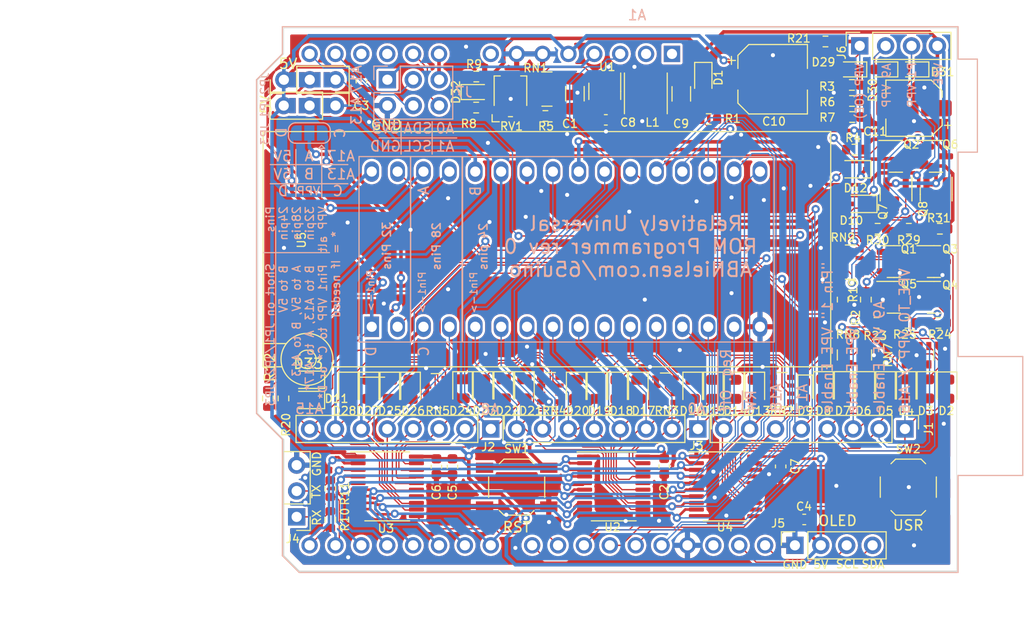
<source format=kicad_pcb>
(kicad_pcb (version 20211014) (generator pcbnew)
  (layers (0 "F.Cu" signal) (31 "B.Cu" signal) (34 "B.Paste" user) (35 "F.Paste" user) (36 "B.SilkS" user "B.Silkscreen") (37 "F.SilkS" user "F.Silkscreen") (38 "B.Mask" user) (39 "F.Mask" user) (44 "Edge.Cuts" user))
  (net 0 "")
  (net 3 "Net-(A1-Pad3)")
  (net 4 "+5V")
  (net 5 "GND")
  (net 9 "~{ROM_CE}")
  (net 10 "VPE_ENABLE")
  (net 11 "D6")
  (net 13 "Net-(A1-Pad27)")
  (net 14 "/A9")
  (net 15 "VPE")
  (net 16 "Net-(D1-Pad2)")
  (net 17 "D7")
  (net 18 "Net-(Q1-Pad3)")
  (net 19 "RLSBLE")
  (net 20 "RMSBLE")
  (net 21 "~{ROM_OE}")
  (net 22 "CTRL_LE")
  (net 23 "/A15")
  (net 24 "Net-(D2-Pad1)")
  (net 25 "A17")
  (net 26 "Net-(D3-Pad1)")
  (net 27 "A18")
  (net 28 "Net-(D4-Pad1)")
  (net 29 "~{RW}")
  (net 30 "Net-(D5-Pad1)")
  (net 31 "~{REG_DISABLE}")
  (net 32 "Net-(D6-Pad1)")
  (net 33 "Net-(D7-Pad1)")
  (net 34 "Net-(D8-Pad1)")
  (net 35 "Net-(Q2-Pad3)")
  (net 36 "Net-(Q3-Pad3)")
  (net 37 "Net-(Q4-Pad3)")
  (net 38 "Net-(Q5-Pad3)")
  (net 39 "A16")
  (net 40 "Net-(D13-Pad1)")
  (net 41 "A9_VPP_ENABLE")
  (net 42 "P1_VPP_ENABLE")
  (net 44 "D0")
  (net 45 "D1")
  (net 46 "D2")
  (net 47 "D3")
  (net 48 "D4")
  (net 49 "D5")
  (net 50 "Net-(D9-Pad1)")
  (net 51 "Net-(D10-Pad1)")
  (net 52 "Net-(D11-Pad1)")
  (net 53 "Net-(D12-Pad1)")
  (net 54 "/A0")
  (net 55 "Net-(D14-Pad1)")
  (net 56 "/A1")
  (net 57 "Net-(D15-Pad1)")
  (net 58 "Net-(R8-Pad2)")
  (net 59 "/A2")
  (net 60 "Net-(D16-Pad1)")
  (net 61 "/A3")
  (net 62 "Net-(D17-Pad1)")
  (net 63 "/A4")
  (net 64 "Net-(D18-Pad1)")
  (net 65 "/A5")
  (net 66 "Net-(D19-Pad1)")
  (net 67 "/A6")
  (net 68 "Net-(D20-Pad1)")
  (net 69 "/A7")
  (net 70 "Net-(D21-Pad1)")
  (net 71 "/A8")
  (net 72 "Net-(D22-Pad1)")
  (net 73 "Net-(RN1-Pad1)")
  (net 74 "Net-(D23-Pad1)")
  (net 75 "/A10")
  (net 76 "Net-(D24-Pad1)")
  (net 77 "/A11")
  (net 78 "Net-(D25-Pad1)")
  (net 79 "/A12")
  (net 80 "Net-(D26-Pad1)")
  (net 81 "/A13")
  (net 82 "Net-(D27-Pad1)")
  (net 83 "/A14")
  (net 84 "Net-(D28-Pad1)")
  (net 85 "Net-(D29-Pad1)")
  (net 86 "Net-(D30-Pad1)")
  (net 87 "Net-(D31-Pad1)")
  (net 88 "Net-(D32-Pad1)")
  (net 89 "Net-(Q1-Pad1)")
  (net 90 "Net-(Q2-Pad1)")
  (net 91 "Net-(Q3-Pad1)")
  (net 92 "Net-(Q4-Pad1)")
  (net 93 "Net-(Q5-Pad1)")
  (net 94 "Net-(Q6-Pad1)")
  (net 95 "Net-(Q7-Pad1)")
  (net 96 "Net-(Q8-Pad1)")
  (net 97 "SDA")
  (net 98 "SCL")
  (net 99 "SDA2")
  (net 100 "SCL2")
  (net 101 "Net-(A1-Pad4)")
  (net 102 "Net-(A1-Pad9)")
  (net 103 "Net-(A1-Pad10)")
  (net 104 "Net-(R5-Pad2)")
  (net 105 "Net-(JP1-Pad2)")
  (net 106 "Net-(JP2-Pad2)")
  (net 107 "Net-(J4-Pad1)")
  (net 108 "Net-(J4-Pad2)")
  (net 109 "Net-(RN1-Pad6)")
  (net 110 "Net-(D31-Pad2)")
  (net 111 "Net-(U5-Pad1)")
  (footprint "LED_SMD:LED_0805_2012Metric" (layer "F.Cu") (at 132.207 82.4715 -90)
    (fp_text reference "D16")
    (fp_text value "GREEN")
  )
  (footprint "LED_SMD:LED_0603_1608Metric" (layer "F.Cu") (at 147.8025 51.054 180)
    (fp_text reference "D29")
    (fp_text value "RED")
  )
  (footprint "Capacitor_SMD:CP_Elec_6.3x5.4" (layer "F.Cu") (at 140.0556 52.0192)
    (fp_text reference "C10")
    (fp_text value "220uF")
  )
  (footprint "LED_SMD:LED_0805_2012Metric" (layer "F.Cu") (at 100.457 82.4715 -90)
    (fp_text reference "D27")
    (fp_text value "GREEN")
  )
  (footprint "LED_SMD:LED_0805_2012Metric" (layer "F.Cu") (at 126.873 82.4715 -90)
    (fp_text reference "D17")
    (fp_text value "GREEN")
  )
  (footprint "Connector_PinSocket_2.54mm:PinSocket_1x04_P2.54mm_Vertical" (layer "F.Cu") (at 148.6 48.743 90)
    (fp_text reference "J6")
    (fp_text value "VP")
  )
  (footprint "Capacitor_SMD:C_0603_1608Metric" (layer "F.Cu") (at 129.413 90.03 -90)
    (fp_text reference "C2")
    (fp_text value "100nF")
  )
  (footprint "Diode_SMD:D_SOD-323" (layer "F.Cu") (at 133.2484 51.8668 -90)
    (fp_text reference "D1")
    (fp_text value "1N5819")
  )
  (footprint "LED_SMD:LED_0805_2012Metric" (layer "F.Cu") (at 104.521 82.4715 -90)
    (fp_text reference "D25")
    (fp_text value "GREEN")
  )
  (footprint "Package_TO_SOT_SMD:SOT-23" (layer "F.Cu") (at 151.94375 73.4314)
    (fp_text reference "Q5")
    (fp_text value "MMBT3904")
  )
  (footprint "LED_SMD:LED_0805_2012Metric" (layer "F.Cu") (at 149.098 82.4207 -90)
    (fp_text reference "D6")
    (fp_text value "GREEN")
  )
  (footprint "LED_SMD:LED_0805_2012Metric" (layer "F.Cu") (at 134.239 82.4715 -90)
    (fp_text reference "D15")
    (fp_text value "GREEN")
  )
  (footprint "Resistor_SMD:R_0603_1608Metric" (layer "F.Cu") (at 153.28995 75.946)
    (fp_text reference "R25")
    (fp_text value "22k")
  )
  (footprint "Resistor_SMD:R_Array_Convex_4x0603" (layer "F.Cu") (at 117.9068 52.9844)
    (fp_text reference "RN1")
    (fp_text value "4k7")
  )
  (footprint "LED_SMD:LED_0805_2012Metric" (layer "F.Cu") (at 157.1752 82.4484 -90)
    (fp_text reference "D2")
    (fp_text value "GREEN")
  )
  (footprint "LED_SMD:LED_0805_2012Metric" (layer "F.Cu") (at 124.841 82.4715 -90)
    (fp_text reference "D18")
    (fp_text value "GREEN")
  )
  (footprint "Connector_PinHeader_2.54mm:PinHeader_1x08_P2.54mm_Vertical" (layer "F.Cu") (at 112.395 86.36 -90)
    (fp_text reference "J2")
    (fp_text value "MSB")
  )
  (footprint "Package_TO_SOT_SMD:SOT-23" (layer "F.Cu") (at 152.146 59.5884)
    (fp_text reference "Q2")
    (fp_text value "MMBT3906")
  )
  (footprint "Package_TO_SOT_SMD:SOT-23" (layer "F.Cu") (at 156.0982 63.3199 -90)
    (fp_text reference "Q8")
    (fp_text value "MMBT3906")
  )
  (footprint "LED_SMD:LED_0805_2012Metric" (layer "F.Cu") (at 113.665 82.423 -90)
    (fp_text reference "D22")
    (fp_text value "GREEN")
  )
  (footprint "Capacitor_SMD:C_0603_1608Metric" (layer "F.Cu") (at 143.1544 95.25 180)
    (fp_text reference "C4")
    (fp_text value "100nF")
  )
  (footprint "LED_SMD:LED_0805_2012Metric" (layer "F.Cu") (at 111.633 82.423 -90)
    (fp_text reference "D23")
    (fp_text value "GREEN")
  )
  (footprint "Resistor_SMD:R_Array_Convex_4x0603" (layer "F.Cu") (at 118.237 82.4992)
    (fp_text reference "RN4")
    (fp_text value "4k7")
  )
  (footprint "LED_SMD:LED_0805_2012Metric" (layer "F.Cu") (at 102.489 82.4715 -90)
    (fp_text reference "D26")
    (fp_text value "GREEN")
  )
  (footprint "Resistor_SMD:R_Array_Convex_4x0603" (layer "F.Cu") (at 148.082 79.0956 90)
    (fp_text reference "RN8")
    (fp_text value "4k7")
  )
  (footprint "LED_SMD:LED_0805_2012Metric" (layer "F.Cu") (at 155.194 82.4253 -90)
    (fp_text reference "D3")
    (fp_text value "GREEN")
  )
  (footprint "Diode_SMD:D_SOD-323" (layer "F.Cu") (at 148.7932 64.262 180)
    (fp_text reference "D10")
    (fp_text value "1N5819")
  )
  (footprint "Resistor_SMD:R_0603_1608Metric" (layer "F.Cu") (at 96.647 92.2152 -90)
    (fp_text reference "R11")
    (fp_text value "1k")
  )
  (footprint "LED_SMD:LED_0603_1608Metric" (layer "F.Cu") (at 143.256 82.55 -90)
    (fp_text reference "D9")
    (fp_text value "RED")
  )
  (footprint "Socket:DIP_Socket-32_W11.9_W12.7_W15.24_W17.78_W18.5_3M_232-1285-00-0602J" (layer "F.Cu") (at 100.711 76.327 90)
    (fp_text reference "U5")
    (fp_text value "28/32 pin ROM")
  )
  (footprint "Resistor_SMD:R_Array_Convex_4x0603" (layer "F.Cu") (at 147.68875 69.977)
    (fp_text reference "RN9")
    (fp_text value "4k7")
  )
  (footprint "Capacitor_SMD:CP_Elec_5x5.4" (layer "F.Cu") (at 153.924 54.864 180)
    (fp_text reference "C11")
    (fp_text value "NC")
  )
  (footprint "LED_SMD:LED_0805_2012Metric" (layer "F.Cu") (at 109.6264 82.423 -90)
    (fp_text reference "D24")
    (fp_text value "GREEN")
  )
  (footprint "Package_TO_SOT_SMD:SOT-23" (layer "F.Cu") (at 152.1612 63.3199 -90)
    (fp_text reference "Q7")
    (fp_text value "MMBT3906")
  )
  (footprint "Resistor_SMD:R_Array_Convex_4x0603" (layer "F.Cu") (at 129.54 82.55)
    (fp_text reference "RN3")
    (fp_text value "4k7")
  )
  (footprint "Capacitor_SMD:C_0603_1608Metric" (layer "F.Cu") (at 123.685 56.007 180)
    (fp_text reference "C8")
    (fp_text value "100nF")
  )
  (footprint "LED_SMD:LED_0603_1608Metric" (layer "F.Cu") (at 150.8505 51.054 180)
    (fp_text reference "D30")
    (fp_text value "RED")
  )
  (footprint "Resistor_SMD:R_0603_1608Metric" (layer "F.Cu") (at 147.8534 55.7276 180)
    (fp_text reference "R7")
    (fp_text value "22k")
  )
  (footprint "Inductor_SMD:L_Taiyo-Yuden_MD-4040" (layer "F.Cu") (at 127.6096 53.407 90)
    (fp_text reference "L1")
    (fp_text value "10uH")
  )
  (footprint "Connector_PinHeader_2.54mm:PinHeader_1x08_P2.54mm_Vertical" (layer "F.Cu") (at 132.715 86.36 -90)
    (fp_text reference "J3")
    (fp_text value "LSB")
  )
  (footprint "Resistor_SMD:R_Array_Convex_4x0603" (layer "F.Cu") (at 107.05 82.607)
    (fp_text reference "RN5")
    (fp_text value "4k7")
  )
  (footprint "LED_SMD:LED_0805_2012Metric" (layer "F.Cu") (at 151.13 82.4253 -90)
    (fp_text reference "D5")
    (fp_text value "GREEN")
  )
  (footprint "Resistor_SMD:R_0603_1608Metric" (layer "F.Cu") (at 147.8402 54.1528 180)
    (fp_text reference "R6")
    (fp_text value "22k")
  )
  (footprint "LED_SMD:LED_0805_2012Metric" (layer "F.Cu") (at 153.162 82.4253 -90)
    (fp_text reference "D4")
    (fp_text value "GREEN")
  )
  (footprint "Resistor_SMD:R_0603_1608Metric" (layer "F.Cu") (at 145.2372 48.3108 180)
    (fp_text reference "R21")
    (fp_text value "22k")
  )
  (footprint "LED_SMD:LED_0805_2012Metric" (layer "F.Cu") (at 98.425 82.4715 -90)
    (fp_text reference "D28")
    (fp_text value "GREEN")
  )
  (footprint "Package_TO_SOT_SMD:SOT-23" (layer "F.Cu") (at 155.88075 69.9262)
    (fp_text reference "Q3")
    (fp_text value "MMBT3904")
  )
  (footprint "Resistor_SMD:R_0603_1608Metric" (layer "F.Cu") (at 96.647 95.2622 -90)
    (fp_text reference "R10")
    (fp_text value "1k")
  )
  (footprint "Capacitor_SMD:C_0603_1608Metric" (layer "F.Cu") (at 99.695 52.2478 -90)
    (fp_text reference "C3")
    (fp_text value "100nF")
  )
  (footprint "Capacitor_SMD:C_1206_3216Metric" (layer "F.Cu") (at 131.0894 53.4548 -90)
    (fp_text reference "C9")
    (fp_text value "10uF")
  )
  (footprint "Diode_SMD:D_SOD-323" (layer "F.Cu") (at 94.5896 83.5152 180)
    (fp_text reference "D11")
    (fp_text value "1N5819")
  )
  (footprint "Potentiometer_SMD:Potentiometer_Bourns_TC33X_Vertical" (layer "F.Cu") (at 114.3254 53.594 90)
    (fp_text reference "RV1")
    (fp_text value "50k")
  )
  (footprint "LED_SMD:LED_0805_2012Metric" (layer "F.Cu") (at 145.034 82.423 -90)
    (fp_text reference "D8")
    (fp_text value "GREEN")
  )
  (footprint "LED_SMD:LED_0805_2012Metric" (layer "F.Cu") (at 115.697 82.423 -90)
    (fp_text reference "D21")
    (fp_text value "GREEN")
  )
  (footprint "Connector_PinHeader_2.54mm:PinHeader_1x08_P2.54mm_Vertical" (layer "F.Cu") (at 153.035 86.36 -90)
    (fp_text reference "J1")
    (fp_text value "CTRL")
  )
  (footprint "Connector_PinSocket_2.54mm:PinSocket_1x04_P2.54mm_Vertical" (layer "F.Cu") (at 142.24 97.79 90)
    (fp_text reference "J5")
    (fp_text value "OLED")
  )
  (footprint "Resistor_SMD:R_0603_1608Metric" (layer "F.Cu") (at 148.082 58.928 180)
    (fp_text reference "R4")
    (fp_text value "22k")
  )
  (footprint "Resistor_SMD:R_0603_1608Metric" (layer "F.Cu") (at 90.5256 83.3628 -90)
    (fp_text reference "R12")
    (fp_text value "22k")
  )
  (footprint "Resistor_SMD:R_0603_1608Metric" (layer "F.Cu") (at 110.9603 54.801)
    (fp_text reference "R8")
    (fp_text value "22k")
  )
  (footprint "Package_TO_SOT_SMD:SOT-23" (layer "F.Cu") (at 155.88075 73.4314)
    (fp_text reference "Q4")
    (fp_text value "MMBT3904")
  )
  (footprint "Capacitor_SMD:C_1206_3216Metric" (layer "F.Cu") (at 120.65 53.4398 90)
    (fp_text reference "C1")
    (fp_text value "10uF")
  )
  (footprint "Package_SO:TSSOP-20_4.4x6.5mm_P0.65mm" (layer "F.Cu") (at 124.46 92)
    (fp_text reference "U2")
    (fp_text value "74HC573")
  )
  (footprint "Resistor_SMD:R_0603_1608Metric" (layer "F.Cu") (at 149.20055 73.66 90)
    (fp_text reference "R2")
    (fp_text value "22k")
  )
  (footprint "Package_SO:TSSOP-20_4.4x6.5mm_P0.65mm" (layer "F.Cu") (at 102.235 92)
    (fp_text reference "U3")
    (fp_text value "74HC573")
  )
  (footprint "LED_SMD:LED_0805_2012Metric" (layer "F.Cu") (at 122.809 82.4715 -90)
    (fp_text reference "D19")
    (fp_text value "GREEN")
  )
  (footprint "LED_SMD:LED_0805_2012Metric" (layer "F.Cu") (at 147.066 82.4207 -90)
    (fp_text reference "D7")
    (fp_text value "GREEN")
  )
  (footprint "Resistor_SMD:R_0603_1608Metric" (layer "F.Cu") (at 133.7818 55.9308 180)
    (fp_text reference "R1")
    (fp_text value "22k")
  )
  (footprint "Resistor_SMD:R_0603_1608Metric" (layer "F.Cu") (at 147.828 52.578 180)
    (fp_text reference "R3")
    (fp_text value "22k")
  )
  (footprint "Resistor_SMD:R_0603_1608Metric" (layer "F.Cu") (at 150.3558 66.7004 180)
    (fp_text reference "R30")
    (fp_text value "22k")
  )
  (footprint "Resistor_SMD:R_0603_1608Metric" (layer "F.Cu") (at 150.24195 75.946)
    (fp_text reference "R23")
    (fp_text value "22k")
  )
  (footprint "Capacitor_SMD:C_0603_1608Metric" (layer "F.Cu") (at 108.6358 90.0684 -90)
    (fp_text reference "C5")
    (fp_text value "100nF")
  )
  (footprint "Resistor_SMD:R_0603_1608Metric" (layer "F.Cu") (at 92.0496 83.3628 -90)
    (fp_text reference "R20")
    (fp_text value "22k")
  )
  (footprint "Diode_SMD:D_SOD-323" (layer "F.Cu") (at 94.5896 81.534 180)
    (fp_text reference "D33")
    (fp_text value "1N5819")
  )
  (footprint "Resistor_SMD:R_0603_1608Metric" (layer "F.Cu") (at 156.32475 75.946)
    (fp_text reference "R24")
    (fp_text value "22k")
  )
  (footprint "Resistor_SMD:R_0603_1608Metric" (layer "F.Cu") (at 156.464 66.7004 180)
    (fp_text reference "R31")
    (fp_text value "22k")
  )
  (footprint "Resistor_SMD:R_0603_1608Metric" (layer "F.Cu") (at 153.417 66.7004)
    (fp_text reference "R29")
    (fp_text value "22k")
  )
  (footprint "Connector_PinHeader_2.54mm:PinHeader_1x03_P2.54mm_Vertical_SolderJumpers" (layer "F.Cu") (at 92.09 52.07 90)
    (fp_text reference "JP2")
    (fp_text value ">=SST39SF020 & 28C512 need A17")
  )
  (footprint "LED_SMD:LED_0805_2012Metric" (layer "F.Cu") (at 120.777 82.4715 -90)
    (fp_text reference "D20")
    (fp_text value "GREEN")
  )
  (footprint "LED_SMD:LED_0805_2012Metric" (layer "F.Cu") (at 136.271 82.4715 -90)
    (fp_text reference "D14")
    (fp_text value "GREEN")
  )
  (footprint "Connector_PinHeader_2.54mm:PinHeader_1x03_P2.54mm_Vertical" (layer "F.Cu") (at 93.345 94.996 180)
    (fp_text reference "J4")
    (fp_text value "Ext_UART")
  )
  (footprint "LED_SMD:LED_0603_1608Metric" (layer "F.Cu") (at 153.8985 51.054 180)
    (fp_text reference "D31")
    (fp_text value "RED")
  )
  (footprint "Button_Switch_SMD:SW_SPST_TL3342" (layer "F.Cu") (at 114.935 92.075)
    (fp_text reference "SW1")
    (fp_text value "RST")
  )
  (footprint "LED_SMD:LED_0603_1608Metric" (layer "F.Cu") (at 110.9725 53.277)
    (fp_text reference "D32")
    (fp_text value "RED")
  )
  (footprint "Resistor_SMD:R_0603_1608Metric" (layer "F.Cu") (at 110.9725 51.753)
    (fp_text reference "R9")
    (fp_text value "22k")
  )
  (footprint "LED_SMD:LED_0805_2012Metric" (layer "F.Cu") (at 138.303 82.4715 -90)
    (fp_text reference "D13")
    (fp_text value "GREEN")
  )
  (footprint "Resistor_SMD:R_Array_Convex_4x0603" (layer "F.Cu") (at 140.97 82.4992)
    (fp_text reference "RN2")
    (fp_text value "4k7")
  )
  (footprint "Capacitor_SMD:C_0603_1608Metric" (layer "F.Cu") (at 107.061 90.0684 -90)
    (fp_text reference "C6")
    (fp_text value "100nF")
  )
  (footprint "Connector_PinHeader_2.54mm:PinHeader_1x03_P2.54mm_Vertical_SolderJumpers" (layer "F.Cu") (at 97.155 54.61 -90)
    (fp_text reference "JP1")
    (fp_text value "24pin ROM VCC")
  )
  (footprint "Package_SO:TSSOP-20_4.4x6.5mm_P0.65mm" (layer "F.Cu") (at 135.4328 92)
    (fp_text reference "U4")
    (fp_text value "74HC573")
  )
  (footprint "Diode_SMD:D_SOD-323" (layer "F.Cu") (at 148.1836 60.8584 180)
    (fp_text reference "D12")
    (fp_text value "1N5819")
  )
  (footprint "Package_TO_SOT_SMD:SOT-23" (layer "F.Cu") (at 151.94605 69.9262)
    (fp_text reference "Q1")
    (fp_text value "MMBT3904")
  )
  (footprint "Resistor_SMD:R_0603_1608Metric" (layer "F.Cu") (at 117.7544 55.626)
    (fp_text reference "R5")
    (fp_text value "270k")
  )
  (footprint "Package_TO_SOT_SMD:SOT-23" (layer "F.Cu") (at 156.0853 59.5884)
    (fp_text reference "Q6")
    (fp_text value "MMBT3906")
  )
  (footprint "Resistor_SMD:R_Array_Convex_4x0603" (layer "F.Cu") (at 154.178 79.121 90)
    (fp_text reference "RN7")
    (fp_text value "4k7")
  )
  (footprint "Button_Switch_SMD:SW_SPST_TL3342" (layer "F.Cu") (at 153.3652 92.075)
    (fp_text reference "SW2")
    (fp_text value "USR")
  )
  (footprint "Capacitor_SMD:C_0603_1608Metric" (layer "F.Cu") (at 140.843 90.043 -90)
    (fp_text reference "C7")
    (fp_text value "100nF")
  )
  (footprint "Package_TO_SOT_SMD:SOT-23-5" (layer "F.Cu") (at 123.5812 53.2063 -90)
    (fp_text reference "U1")
    (fp_text value "MIC2288")
  )
  (footprint "Resistor_SMD:R_0603_1608Metric" (layer "F.Cu") (at 146.92675 73.66 -90)
    (fp_text reference "R19")
    (fp_text value "22k")
  )
  (footprint "Jumper:SolderJumper-3_P1.3mm_Open_RoundedPad1.0x1.5mm" (layer "B.Cu") (at 94.5896 57.3024 180)
    (fp_text reference "JP3")
    (fp_text value "W27C010/AT27C010 needs p1 VPE/VPP (32 pin)")
  )
  (footprint "Module:Arduino_UNO_R3" (layer "B.Cu") (at 130.175 49.53 180)
    (fp_text reference "A1")
    (fp_text value "Arduino_UNO_R3")
  )
  (footprint "Connector_PinHeader_2.54mm:PinHeader_2x03_P2.54mm_Vertical" (layer "B.Cu") (at 102.25 52.065 -90)
    (fp_text reference "J7")
    (fp_text value "SAO")
  )
  (gr_line (start 101.433 57.785) (end 109.053 57.785) (layer "B.SilkS") (width 0.12))
  (gr_line (start 90.7514 60.4012) (end 98.3714 60.4012) (layer "B.SilkS") (width 0.12))
  (gr_line (start 90.0684 69.0499) (end 96.5708 69.0499) (layer "B.SilkS") (width 0.12))
  (gr_line (start 90.7514 62.2808) (end 98.3714 62.2808) (layer "B.SilkS") (width 0.12))
  (gr_rect (start 140.208 77.8256) (end 109.6264 59.6138) (layer "B.SilkS") (width 0.12) (fill none))
  (gr_line (start 91.2876 84.5312) (end 91.2876 66.4337) (layer "B.SilkS") (width 0.12))
  (gr_line (start 103.592 56.1975) (end 103.592 59.3725) (layer "B.SilkS") (width 0.12))
  (gr_line (start 93.2688 58.9153) (end 93.2688 63.5508) (layer "B.SilkS") (width 0.12))
  (gr_line (start 106.64 56.1975) (end 106.64 59.3725) (layer "B.SilkS") (width 0.12))
  (gr_rect (start 109.5756 59.6138) (end 104.521 77.8256) (layer "B.SilkS") (width 0.12) (fill none))
  (gr_rect (start 104.521 77.8256) (end 99.4664 59.6138) (layer "B.SilkS") (width 0.12) (fill none))
  (gr_line (start 95.8088 58.9153) (end 95.8088 63.6524) (layer "B.SilkS") (width 0.12))
  (gr_line (start 92.075 98.806) (end 92.075 87.376) (layer "Edge.Cuts") (width 0.1))
  (gr_line (start 89.535 84.836) (end 92.075 87.376) (layer "Edge.Cuts") (width 0.05))
  (gr_line (start 92.075 46.99) (end 92.075 49.53) (layer "Edge.Cuts") (width 0.05))
  (gr_line (start 89.535 52.07) (end 89.535 84.836) (layer "Edge.Cuts") (width 0.05))
  (gr_line (start 92.075 49.53) (end 89.535 52.07) (layer "Edge.Cuts") (width 0.05))
  (gr_line (start 158.115 100.33) (end 158.115 46.99) (layer "Edge.Cuts") (width 0.05))
  (gr_line (start 158.115 100.33) (end 93.599 100.33) (layer "Edge.Cuts") (width 0.1))
  (gr_line (start 93.599 100.33) (end 92.075 98.806) (layer "Edge.Cuts") (width 0.1))
  (gr_line (start 158.115 46.99) (end 92.075 46.99) (layer "Edge.Cuts") (width 0.05))
  (gr_text "D" (at 91.8464 57.2516 90) (layer "B.SilkS") (effects (font (size 1 1)) (justify mirror)))
  (gr_text "SCL" (at 105.243 58.5978) (layer "B.SilkS") (effects (font (size 1 1)) (justify mirror)))
  (gr_text "GND" (at 102.068 58.5978) (layer "B.SilkS") (effects (font (size 1 1)) (justify mirror)))
  (gr_text "D" (at 91.9988 62.992) (layer "B.SilkS") (effects (font (size 1 1)) (justify mirror)))
  (gr_text "B" (at 94.5614 61.3331) (layer "B.SilkS") (effects (font (size 1 1)) (justify mirror)))
  (gr_text "P1 VPP" (at 153.7208 52.578 90) (layer "B.SilkS") (effects (font (size 0.8 0.8) (thickness 0.13)) (justify mirror)))
  (gr_text "SDA" (at 105.243 56.8325) (layer "B.SilkS") (effects (font (size 1 1)) (justify mirror)))
  (gr_text "A9 VPP" (at 151.2316 52.6288 90) (layer "B.SilkS") (effects (font (size 0.8 0.8) (thickness 0.13)) (justify mirror)))
  (gr_text "A13" (at 99.2124 55.118 90) (layer "B.SilkS") (effects (font (size 1 1)) (justify mirror)))
  (gr_text "5V" (at 91.9734 61.341) (layer "B.SilkS") (effects (font (size 1 1)) (justify mirror)))
  (gr_text "A18" (at 140.4112 83.2612 90) (layer "B.SilkS") (effects (font (size 1 1)) (justify mirror)))
  (gr_text "5V" (at 91.9734 59.5757) (layer "B.SilkS") (effects (font (size 1 1)) (justify mirror)))
  (gr_text "B" (at 110.9 63 90) (layer "B.SilkS") (effects (font (size 1 1)) (justify mirror)))
  (gr_text "Pin1->" (at 110.7186 72.9742 90) (layer "B.SilkS") (effects (font (size 0.7 0.7) (thickness 0.12)) (justify mirror)))
  (gr_text "A17" (at 99.2124 52.0192 90) (layer "B.SilkS") (effects (font (size 1 1)) (justify mirror)))
  (gr_text "VPP (OE)" (at 148.59 53.1876 90) (layer "B.SilkS") (effects (font (size 0.8 0.8) (thickness 0.13)) (justify mirror)))
  (gr_text "A13" (at 97.6884 61.3458) (layer "B.SilkS") (effects (font (size 1 1)) (justify mirror)))
  (gr_text "28 Pins" (at 107.061 68.4276 90) (layer "B.SilkS") (effects (font (size 0.8 0.8)) (justify mirror)))
  (gr_text "D" (at 100.6348 78.74 90) (layer "B.SilkS") (effects (font (size 1 1)) (justify mirror)))
  (gr_text "A8" (at 112.3188 84.4296) (layer "B.SilkS") (effects (font (size 1 1)) (justify mirror)))
  (gr_text "{dblquote}Pin 1{dblquote} VPE Enable" (at 145.4404 77.4192 90) (layer "B.SilkS") (effects (font (size 1 1)) (justify mirror)))
  (gr_text "24 pins" (at 111.6584 68.453 90) (layer "B.SilkS") (effects (font (size 0.8 0.8)) (justify mirror)))
  (gr_text "A" (at 94.5614 59.5678) (layer "B.SilkS") (effects (font (size 1 1)) (justify mirror)))
  (gr_text "Pin1->" (at 100.6094 72.771 90) (layer "B.SilkS") (effects (font (size 0.7 0.7) (thickness 0.12)) (justify mirror)))
  (gr_text "~{Reg. Off}" (at 135.4836 81.5848 90) (layer "B.SilkS") (effects (font (size 1 1)) (justify mirror)))
  (gr_text "A17" (at 97.6884 59.5678) (layer "B.SilkS") (effects (font (size 1 1)) (justify mirror)))
  (gr_text "C" (at 97.5868 57.3024 90) (layer "B.SilkS") (effects (font (size 1 1)) (justify mirror)))
  (gr_text "~{RW}" (at 137.922 83.6168 90) (layer "B.SilkS") (effects (font (size 1 1)) (justify mirror)))
  (gr_text "A" (at 105.81 62.93 90) (layer "B.SilkS") (effects (font (size 1 1)) (justify mirror)))
  (gr_text "VPE_TO_VPP / A16" (at 153.0096 77.724 90) (layer "B.SilkS") (effects (font (size 1 1)) (justify mirror)))
  (gr_text "Pins     Short on JP1/JP2/JP3\n24pin    B to 5V\n28pin    A to 5V, B to A13\n32pin    B to A13, A to A17*\nVPP alt  Pin1 VPP to C* or D* \n    * = If needed" (at 93.98 64.4144 90) (layer "B.SilkS") (effects (font (size 0.8 0.8) (thickness 0.13)) (justify left mirror)))
  (gr_text "32 Pins" (at 102.1842 68.3768 90) (layer "B.SilkS") (effects (font (size 0.8 0.8)) (justify mirror)))
  (gr_text "Pin1->" (at 105.664 72.9488 90) (layer "B.SilkS") (effects (font (size 0.7 0.7) (thickness 0.12)) (justify mirror)))
  (gr_text "Relatively Universal \nROM Programmer rev 0\nABNielsen.com/65uino" (at 126.111 68.453) (layer "B.SilkS") (effects (font (size 1.4 1.4) (thickness 0.2)) (justify mirror)))
  (gr_text "A15" (at 94.5896 84.3788) (layer "B.SilkS") (effects (font (size 1 1)) (justify mirror)))
  (gr_text "A0" (at 107.91 56.8325) (layer "B.SilkS") (effects (font (size 1 1)) (justify mirror)))
  (gr_text "C" (at 97.3836 62.992) (layer "B.SilkS") (effects (font (size 1 1)) (justify mirror)))
  (gr_text "VPP" (at 94.488 62.992) (layer "B.SilkS") (effects (font (size 0.8 0.8) (thickness 0.13)) (justify mirror)))
  (gr_text "3v3" (at 102.068 56.8325) (layer "B.SilkS") (effects (font (size 1 1)) (justify mirror)))
  (gr_text "A9 VPE Enable" (at 150.5204 79.2988 90) (layer "B.SilkS") (effects (font (size 1 1)) (justify mirror)))
  (gr_text "VPE" (at 156.3116 51.5112 90) (layer "B.SilkS") (effects (font (size 0.8 0.8) (thickness 0.13)) (justify mirror)))
  (gr_text "A1" (at 107.91 58.6105) (layer "B.SilkS") (effects (font (size 1 1)) (justify mirror)))
  (gr_text "A0" (at 132.588 84.3788) (layer "B.SilkS") (effects (font (size 1 1)) (justify mirror)))
  (gr_text "C" (at 105.8164 78.74 90) (layer "B.SilkS") (effects (font (size 1 1)) (justify mirror)))
  (gr_text "A17" (at 142.9512 83.312 90) (layer "B.SilkS") (effects (font (size 1 1)) (justify mirror)))
  (gr_text "VPE Enable" (at 147.8788 80.6196 90) (layer "B.SilkS") (effects (font (size 1 1)) (justify mirror)))
  (gr_text "GND" (at 142.24 99.695) (layer "F.SilkS") (effects (font (size 0.8 0.8) (thickness 0.13))))
  (gr_text "5V" (at 92.5068 50.4952) (layer "F.SilkS") (effects (font (size 1 1))))
  (gr_text "SCL" (at 147.3708 99.6442) (layer "F.SilkS") (effects (font (size 0.8 0.8) (thickness 0.13))))
  (gr_text "RX" (at 95.3262 95.0722 90) (layer "F.SilkS") (effects (font (size 0.8 0.8) (thickness 0.13))))
  (gr_text "GND" (at 102.1588 56.4896) (layer "F.SilkS") (effects (font (size 1 1))))
  (gr_text "SDA" (at 149.9108 99.6442) (layer "F.SilkS") (effects (font (size 0.8 0.8) (thickness 0.13))))
  (gr_text "5V" (at 90.3224 54.5084 90) (layer "F.SilkS") (effects (font (size 1 1))))
  (gr_text "5V" (at 144.78 99.695) (layer "F.SilkS") (effects (font (size 0.8 0.8) (thickness 0.13))))
  (gr_text "GND" (at 95.3262 89.789 90) (layer "F.SilkS") (effects (font (size 0.8 0.8) (thickness 0.13))))
  (gr_text "TX" (at 95.2754 92.5068 90) (layer "F.SilkS") (effects (font (size 0.8 0.8) (thickness 0.13))))
  (segment (start 116.205 88.645) (end 116.205 87.63) (width 0.35) (layer "F.Cu") (net 3))
  (segment (start 111.785 90.175) (end 118.085 90.175) (width 0.35) (layer "F.Cu") (net 3))
  (segment (start 117.735 90.175) (end 116.205 88.645) (width 0.35) (layer "F.Cu") (net 3))
  (via (at 116.205 87.63) (size 0.8) (drill 0.4) (layers "F.Cu" "B.Cu") (net 3))
  (segment (start 124.7902 60.697262) (end 124.7902 62.7126) (width 0.127) (layer "B.Cu") (net 3))
  (segment (start 118.6942 83.3628) (end 118.6942 87.0458) (width 0.127) (layer "B.Cu") (net 3))
  (segment (start 124.7902 62.7126) (end 114.7064 72.7964) (width 0.127) (layer "B.Cu") (net 3))
  (segment (start 118.11 87.63) (end 116.205 87.63) (width 0.127) (layer "B.Cu") (net 3))
  (segment (start 123.063 50.8) (end 121.793 50.8) (width 0.127) (layer "B.Cu") (net 3))
  (segment (start 120.142 56.049062) (end 124.7902 60.697262) (width 0.127) (layer "B.Cu") (net 3))
  (segment (start 118.6942 87.0458) (end 118.11 87.63) (width 0.127) (layer "B.Cu") (net 3))
  (segment (start 124.587 50.038) (end 123.825 50.038) (width 0.127) (layer "B.Cu") (net 3))
  (segment (start 114.7064 72.7964) (end 114.7064 79.375) (width 0.127) (layer "B.Cu") (net 3))
  (segment (start 123.825 50.038) (end 123.063 50.8) (width 0.127) (layer "B.Cu") (net 3))
  (segment (start 120.142 52.451) (end 120.142 56.049062) (width 0.127) (layer "B.Cu") (net 3))
  (segment (start 114.7064 79.375) (end 118.6942 83.3628) (width 0.127) (layer "B.Cu") (net 3))
  (segment (start 121.793 50.8) (end 120.142 52.451) (width 0.127) (layer "B.Cu") (net 3))
  (segment (start 97.8916 50.8) (end 93.36 50.8) (width 0.35) (layer "F.Cu") (net 4))
  (segment (start 93.36 50.8) (end 92.09 52.07) (width 0.35) (layer "F.Cu") (net 4))
  (segment (start 99.695 51.4728) (end 98.5644 51.4728) (width 0.35) (layer "F.Cu") (net 4))
  (segment (start 135.7062 50.165) (end 137.2556 51.7144) (width 0.35) (layer "F.Cu") (net 4))
  (segment (start 111.76 92.71) (end 113.411 92.71) (width 0.35) (layer "F.Cu") (net 4))
  (segment (start 134.6068 54.2422) (end 135.128 53.721) (width 0.35) (layer "F.Cu") (net 4))
  (segment (start 129.233 89.075) (end 127.3225 89.075) (width 0.35) (layer "F.Cu") (net 4))
  (segment (start 127.6096 54.807) (end 128.6956 53.721) (width 0.35) (layer "F.Cu") (net 4))
  (segment (start 143.9294 95.25) (end 143.9294 96.9394) (width 0.35) (layer "F.Cu") (net 4))
  (segment (start 124.46 56.007) (end 124.46 54.415) (width 0.35) (layer "F.Cu") (net 4))
  (segment (start 122.2077 53.3063) (end 123.4937 53.3063) (width 0.35) (layer "F.Cu") (net 4))
  (segment (start 107.061 89.2934) (end 108.6358 89.2934) (width 0.35) (layer "F.Cu") (net 4))
  (segment (start 123.4937 53.3063) (end 124.5312 54.3438) (width 0.35) (layer "F.Cu") (net 4))
  (segment (start 120.65 54.9148) (end 120.65 55.618731) (width 0.35) (layer "F.Cu") (net 4))
  (segment (start 98.5644 51.4728) (end 97.8916 50.8) (width 0.35) (layer "F.Cu") (net 4))
  (segment (start 135.5538 53.721) (end 137.2556 52.0192) (width 0.35) (layer "F.Cu") (net 4))
  (segment (start 120.6246 54.8894) (end 122.2077 53.3063) (width 0.35) (layer "F.Cu") (net 4))
  (segment (start 144.78 89.281) (end 140.856 89.281) (width 0.254) (layer "F.Cu") (net 4))
  (segment (start 124.9944 54.807) (end 124.5312 54.3438) (width 0.35) (layer "F.Cu") (net 4))
  (segment (start 127.6096 54.807) (end 124.9944 54.807) (width 0.35) (layer "F.Cu") (net 4))
  (segment (start 129.413 89.255) (end 129.413 88.62341) (width 0.35) (layer "F.Cu") (net 4))
  (segment (start 105.0975 89.075) (end 106.8426 89.075) (width 0.35) (layer "F.Cu") (net 4))
  (segment (start 143.9294 96.9394) (end 144.78 97.79) (width 0.35) (layer "F.Cu") (net 4))
  (segment (start 109.9696 89.2934) (end 110.236 89.027) (width 0.35) (layer "F.Cu") (net 4))
  (segment (start 140.65 89.075) (end 138.2953 89.075) (width 0.254) (layer "F.Cu") (net 4))
  (segment (start 135.128 53.721) (end 135.5538 53.721) (width 0.35) (layer "F.Cu") (net 4))
  (segment (start 113.411 92.71) (end 115.824 95.123) (width 0.35) (layer "F.Cu") (net 4))
  (segment (start 110.236 89.027) (end 110.236 91.186) (width 0.35) (layer "F.Cu") (net 4))
  (segment (start 135.255 50.165) (end 135.7062 50.165) (width 0.35) (layer "F.Cu") (net 4))
  (segment (start 134.6068 55.9308) (end 134.6068 54.2422) (width 0.35) (layer "F.Cu") (net 4))
  (segment (start 110.236 91.186) (end 111.76 92.71) (width 0.35) (layer "F.Cu") (net 4))
  (segment (start 108.6358 89.2934) (end 109.9696 89.2934) (width 0.35) (layer "F.Cu") (net 4))
  (segment (start 128.6956 53.721) (end 135.128 53.721) (width 0.35) (layer "F.Cu") (net 4))
  (segment (start 129.413 88.62341) (end 129.10796 88.31837) (width 0.35) (layer "F.Cu") (net 4))
  (via (at 115.824 95.123) (size 0.8) (drill 0.4) (layers "F.Cu" "B.Cu") (net 4))
  (via (at 129.10796 88.31837) (size 0.8) (drill 0.4) (layers "F.Cu" "B.Cu") (net 4))
  (via (at 144.78 89.281) (size 0.8) (drill 0.4) (layers "F.Cu" "B.Cu") (net 4))
  (via (at 110.236 89.027) (size 0.8) (drill 0.4) (layers "F.Cu" "B.Cu") (net 4))
  (via (at 135.255 50.165) (size 0.8) (drill 0.4) (layers "F.Cu" "B.Cu") (net 4))
  (segment (start 110.716 88.547) (end 128.87933 88.547) (width 0.35) (layer "B.Cu") (net 4))
  (segment (start 92.09 50.9628) (end 93.0656 49.9872) (width 0.35) (layer "B.Cu") (net 4))
  (segment (start 90.932 61.9252) (end 90.932 85.217) (width 0.35) (layer "B.Cu") (net 4))
  (segment (start 113.919 97.028) (end 115.824 95.123) (width 0.35) (layer "B.Cu") (net 4))
  (segment (start 92.075 54.61) (end 92.075 52.085) (width 0.35) (layer "B.Cu") (net 4))
  (segment (start 128.87933 88.547) (end 129.10796 88.31837) (width 0.35) (layer "B.Cu") (net 4))
  (segment (start 92.075 54.61) (end 90.932 55.753) (width 0.35) (layer "B.Cu") (net 4))
  (segment (start 144.78 97.79) (end 144.78 89.281) (width 0.254) (layer "B.Cu") (net 4))
  (segment (start 110.236 89.027) (end 110.716 88.547) (width 0.35) (layer "B.Cu") (net 4))
  (segment (start 100.431 61.087) (end 98.1071 63.4109) (width 0.35) (layer "B.Cu") (net 4))
  (segment (start 109.474 88.265) (end 110.236 89.027) (width 0.35) (layer "B.Cu") (net 4))
  (segment (start 135.255 50.165) (end 132.842 47.752) (width 0.35) (layer "B.Cu") (net 4))
  (segment (start 98.1071 63.4109) (end 92.439991 63.4109) (width 0.35) (layer "B.Cu") (net 4))
  (segment (start 93.98 88.265) (end 109.474 88.265) (width 0.35) (layer "B.Cu") (net 4))
  (segment (start 113.919 98.806) (end 113.919 97.028) (width 0.35) (layer "B.Cu") (net 4))
  (segment (start 92.09 52.07) (end 92.09 50.9628) (width 0.35) (layer "B.Cu") (net 4))
  (segment (start 142.875 99.695) (end 114.808 99.695) (width 0.35) (layer "B.Cu") (net 4))
  (segment (start 118.237 47.752) (end 120.015 49.53) (width 0.35) (layer "B.Cu") (net 4))
  (segment (start 94.5388 47.752) (end 118.237 47.752) (width 0.35) (layer "B.Cu") (net 4))
  (segment (start 114.808 99.695) (end 113.919 98.806) (width 0.35) (layer "B.Cu") (net 4))
  (segment (start 93.0656 49.2252) (end 94.5388 47.752) (width 0.35) (layer "B.Cu") (net 4))
  (segment (start 121.793 47.752) (end 120.015 49.53) (width 0.35) (layer "B.Cu") (net 4))
  (segment (start 90.932 61.9252) (end 90.932 61.8998) (width 0.254) (layer "B.Cu") (net 4))
  (segment (start 90.932 55.753) (end 90.932 61.9252) (width 0.35) (layer "B.Cu") (net 4))
  (segment (start 90.932 61.902909) (end 90.932 61.8998) (width 0.35) (layer "B.Cu") (net 4))
  (segment (start 132.842 47.752) (end 121.793 47.752) (width 0.35) (layer "B.Cu") (net 4))
  (segment (start 144.78 97.79) (end 142.875 99.695) (width 0.35) (layer "B.Cu") (net 4))
  (segment (start 92.439991 63.4109) (end 90.932 61.902909) (width 0.35) (layer "B.Cu") (net 4))
  (segment (start 90.932 85.217) (end 93.98 88.265) (width 0.35) (layer "B.Cu") (net 4))
  (segment (start 93.0656 49.9872) (end 93.0656 49.2252) (width 0.35) (layer "B.Cu") (net 4))
  (segment (start 153.778 79.521) (end 154.178 79.121) (width 0.127) (layer "F.Cu") (net 5))
  (segment (start 130.683 87.884) (end 132.588 87.884) (width 0.127) (layer "F.Cu") (net 5))
  (segment (start 117.3432 83.693) (end 118.1042 83.693) (width 0.35) (layer "F.Cu") (net 5))
  (segment (start 154.94325 74.0565) (end 154.94325 74.3814) (width 0.127) (layer "F.Cu") (net 5))
  (segment (start 146.92675 74.485) (end 147.75275 74.485) (width 0.127) (layer "F.Cu") (net 5))
  (segment (start 128.64 83.75) (end 129.0636 83.75) (width 0.35) (layer "F.Cu") (net 5))
  (segment (start 129.0636 83.75) (end 129.54 84.2264) (width 0.35) (layer "F.Cu") (net 5))
  (segment (start 129.413 90.805) (end 130.302 89.916) (width 0.127) (layer "F.Cu") (net 5))
  (segment (start 147.75275 74.485) (end 148.06975 74.168) (width 0.127) (layer "F.Cu") (net 5))
  (segment (start 119.1452 54.1844) (end 119.9896 53.34) (width 0.127) (layer "F.Cu") (net 5))
  (segment (start 118.8068 54.1844) (end 119.1452 54.1844) (width 0.127) (layer "F.Cu") (net 5))
  (segment (start 130.302 88.265) (end 130.683 87.884) (width 0.127) (layer "F.Cu") (net 5))
  (segment (start 99.0705 88.773) (end 99.3725 89.075) (width 0.127) (layer "F.Cu") (net 5))
  (segment (start 135.453 94.925) (end 135.509 94.869) (width 0.127) (layer "F.Cu") (net 5))
  (segment (start 119.9896 53.34) (end 120.904 53.34) (width 0.127) (layer "F.Cu") (net 5))
  (segment (start 106.045 80.391) (end 106.045 81.302) (width 0.35) (layer "F.Cu") (net 5))
  (segment (start 154.578 79.521) (end 154.178 79.121) (width 0.127) (layer "F.Cu") (net 5))
  (segment (start 154.41975 73.406) (end 154.94325 74.0565) (width 0.127) (layer "F.Cu") (net 5))
  (segment (start 106.5654 83.807) (end 107.0356 84.2772) (width 0.35) (layer "F.Cu") (net 5))
  (segment (start 95.504 89.1032) (end 95.468196 88.773) (width 0.127) (layer "F.Cu") (net 5))
  (segment (start 130.302 89.916) (end 130.302 88.265) (width 0.127) (layer "F.Cu") (net 5))
  (segment (start 95.468196 88.773) (end 99.0705 88.773) (width 0.127) (layer "F.Cu") (net 5))
  (segment (start 151.724 54.864) (end 152.994 56.134) (width 0.254) (layer "F.Cu") (net 5))
  (segment (start 146.812 52.578) (end 146.05 53.34) (width 0.127) (layer "F.Cu") (net 5))
  (segment (start 106.045 81.302) (end 106.15 81.407) (width 0.35) (layer "F.Cu") (net 5))
  (segment (start 132.5703 94.925) (end 135.453 94.925) (width 0.127) (layer "F.Cu") (net 5))
  (segment (start 128.64 82.95) (end 128.64 83.75) (width 0.127) (layer "F.Cu") (net 5))
  (segment (start 128.64 81.35) (end 128.64 80.888) (width 0.127) (layer "F.Cu") (net 5))
  (segment (start 152.994 56.134) (end 153.924 56.134) (width 0.254) (layer "F.Cu") (net 5))
  (segment (start 153.778 80.021) (end 153.778 79.521) (width 0.127) (layer "F.Cu") (net 5))
  (segment (start 122.91 56.007) (end 122.91 56.362) (width 0.254) (layer "F.Cu") (net 5))
  (segment (start 154.578 80.021) (end 154.578 79.521) (width 0.127) (layer "F.Cu") (net 5))
  (segment (start 128.64 82.15) (end 128.64 82.95) (width 0.127) (layer "F.Cu") (net 5))
  (segment (start 106.15 83.807) (end 106.5654 83.807) (width 0.35) (layer "F.Cu") (net 5))
  (segment (start 128.64 80.888) (end 128.016 80.264) (width 0.127) (layer "F.Cu") (net 5))
  (segment (start 128.64 81.35) (end 128.64 82.15) (width 0.127) (layer "F.Cu") (net 5))
  (segment (start 122.91 56.362) (end 123.698 57.15) (width 0.254) (layer "F.Cu") (net 5))
  (via (at 119.888 57.404) (size 0.8) (drill 0.4) (layers "F.Cu" "B.Cu") (net 5))
  (via (at 139.7 90.805) (size 0.8) (drill 0.4) (layers "F.Cu" "B.Cu") (net 5))
  (via (at 156.718 71.247) (size 0.8) (drill 0.4) (layers "F.Cu" "B.Cu") (net 5))
  (via (at 132.588 64.008) (size 0.8) (drill 0.4) (layers "F.Cu" "B.Cu") (net 5))
  (via (at 127.254 56.134) (size 0.8) (drill 0.4) (layers "F.Cu" "B.Cu") (net 5))
  (via (at 109.966586 48.820009) (size 0.8) (drill 0.4) (layers "F.Cu" "B.Cu") (net 5))
  (via (at 120.904 53.34) (size 0.8) (drill 0.4) (layers "F.Cu" "B.Cu") (net 5))
  (via (at 98.3488 66.0908) (size 0.8) (drill 0.4) (layers "F.Cu" "B.Cu") (net 5))
  (via (at 118.1042 83.693) (size 0.8) (drill 0.4) (layers "F.Cu" "B.Cu") (net 5))
  (via (at 123.952 50.8) (size 0.8) (drill 0.4) (layers "F.Cu" "B.Cu") (net 5))
  (via (at 136.017 63.627) (size 0.8) (drill 0.4) (layers "F.Cu" "B.Cu") (net 5))
  (via (at 144.526 58.674) (size 0.8) (drill 0.4) (layers "F.Cu" "B.Cu") (net 5))
  (via (at 132.588 87.884) (size 0.8) (drill 0.4) (layers "F.Cu" "B.Cu") (net 5))
  (via (at 127.508 73.66) (size 0.8) (drill 0.4) (layers "F.Cu" "B.Cu") (net 5))
  (via (at 129.54 84.2264) (size 0.8) (drill 0.4) (layers "F.Cu" "B.Cu") (net 5))
  (via (at 116.459 80.01) (size 0.8) (drill 0.4) (layers "F.Cu" "B.Cu") (net 5))
  (via (at 136.017 73.025) (size 0.8) (drill 0.4) (layers "F.Cu" "B.Cu") (net 5))
  (via (at 135.509 94.869) (size 0.8) (drill 0.4) (layers "F.Cu" "B.Cu") (net 5))
  (via (at 151.212 79.889698) (size 0.8) (drill 0.4) (layers "F.Cu" "B.Cu") (net 5))
  (via (at 113.6904 87.6808) (size 0.8) (drill 0.4) (layers "F.Cu" "B.Cu") (net 5))
  (via (at 134.366 93.091) (size 0.8) (drill 0.4) (layers "F.Cu" "B.Cu") (net 5))
  (via (at 108.204 63.7032) (size 0.8) (drill 0.4) (layers "F.Cu" "B.Cu") (net 5))
  (via (at 102.4636 84.7344) (size 0.8) (drill 0.4) (layers "F.Cu" "B.Cu") (net 5))
  (via (at 153.924 56.134) (size 0.8) (drill 0.4) (layers "F.Cu" "B.Cu") (net 5))
  (via (at 126.492 50.8) (size 0.8) (drill 0.4) (layers "F.Cu" "B.Cu") (net 5))
  (via (at 98.3996 98.9584) (size 0.8) (drill 0.4) (layers "F.Cu" "B.Cu") (net 5))
  (via (at 115.951 78.277998) (size 0.8) (drill 0.4) (layers "F.Cu" "B.Cu") (net 5))
  (via (at 140.081 49.657) (size 0.8) (drill 0.4) (layers "F.Cu" "B.Cu") (net 5))
  (via (at 111.887 78.994) (size 0.8) (drill 0.4) (layers "F.Cu" "B.Cu") (net 5))
  (via (at 148.06975 74.168) (size 0.8) (drill 0.4) (layers "F.Cu" "B.Cu") (net 5))
  (via (at 114.3508 53.9496) (size 0.8) (drill 0.4) (layers "F.Cu" "B.Cu") (net 5))
  (via (at 115.824 65.532) (size 0.8) (drill 0.4) (layers "F.Cu" "B.Cu") (net 5))
  (via (at 128.016 80.264) (size 0.8) (drill 0.4) (layers "F.Cu" "B.Cu") (net 5))
  (via (at 119.888 63.373) (size 0.8) (drill 0.4) (layers "F.Cu" "B.Cu") (net 5))
  (via (at 106.045 80.391) (size 0.8) (drill 0.4) (layers "F.Cu" "B.Cu") (net 5))
  (via (at 112.1156 58.2676) (size 0.8) (drill 0.4) (layers "F.Cu" "B.Cu") (net 5))
  (via (at 94.2086 93.599) (size 0.8) (drill 0.4) (layers "F.Cu" "B.Cu") (net 5))
  (via (at 146.05 53.34) (size 0.8) (drill 0.4) (layers "F.Cu" "B.Cu") (net 5))
  (via (at 139.065 80.264) (size 0.8) (drill 0.4) (layers "F.Cu" "B.Cu") (net 5))
  (via (at 145.1864 75.8952) (size 0.8) (drill 0.4) (layers "F.Cu" "B.Cu") (net 5))
  (via (at 113.919 94.787) (size 0.8) (drill 0.4) (layers "F.Cu" "B.Cu") (net 5))
  (via (at 154.41975 73.406) (size 0.8) (drill 0.4) (layers "F.Cu" "B.Cu") (net 5))
  (via (at 112.268 66.04) (size 0.8) (drill 0.4) (layers "F.Cu" "B.Cu") (net 5))
  (via (at 125.984 65.024) (size 0.8) (drill 0.4) (layers "F.Cu" "B.Cu") (net 5))
  (via (at 134.239 90.551) (size 0.8) (drill 0.4) (layers "F.Cu" "B.Cu") (net 5))
  (via (at 92.1004 68.58) (size 0.8) (drill 0.4) (layers "F.Cu" "B.Cu") (net 5))
  (via (at 154.178 79.121) (size 0.8) (drill 0.4) (layers "F.Cu" "B.Cu") (net 5))
  (via (at 94.1832 91.1606) (size 0.8) (drill 0.4) (layers "F.Cu" "B.Cu") (net 5))
  (via (at 108.204 72.644) (size 0.8) (drill 0.4) (layers "F.Cu" "B.Cu") (net 5))
  (via (at 100.452105 56.215095) (size 0.8) (drill 0.4) (layers "F.Cu" "B.Cu") (net 5))
  (via (at 156.845 85.852) (size 0.8) (drill 0.4) (layers "F.Cu" "B.Cu") (net 5))
  (via (at 153.416 92.075) (size 0.8) (drill 0.4) (layers "F.Cu" "B.Cu") (net 5))
  (via (at 123.698 57.15) (size 0.8) (drill 0.4) (layers "F.Cu" "B.Cu") (net 5))
  (via (at 146.304 91.948) (size 0.8) (drill 0.4) (layers "F.Cu" "B.Cu") (net 5))
  (via (at 156.972 78.486) (size 0.8) (drill 0.4) (layers "F.Cu" "B.Cu") (net 5))
  (via (at 143.764 62.484) (size 0.8) (drill 0.4) (layers "F.Cu" "B.Cu") (net 5))
  (via (at 128.905 95.377) (size 0.8) (drill 0.4) (layers "F.Cu" "B.Cu") (net 5))
  (via (at 117.348 62.992) (size 0.8) (drill 0.4) (layers "F.Cu" "B.Cu") (net 5))
  (via (at 150.86375 73.66) (size 0.8) (drill 0.4) (layers "F.Cu" "B.Cu") (net 5))
  (via (at 136.9568 57.4645) (size 0.8) (drill 0.4) (layers "F.Cu" "B.Cu") (net 5))
  (via (at 114.808 98.044) (size 0.8) (drill 0.4) (layers "F.Cu" "B.Cu") (net 5))
  (via (at 104.521 66.802) (size 0.8) (drill 0.4) (layers "F.Cu" "B.Cu") (net 5))
  (via (at 107.0356 84.2772) (size 0.8) (drill 0.4) (layers "F.Cu" "B.Cu") (net 5))
  (via (at 125.6284 95.4024) (size 0.8) (drill 0.4) (layers "F.Cu" "B.Cu") (net 5))
  (via (at 144.951486 71.694124) (size 0.8) (drill 0.4) (layers "F.Cu" "B.Cu") (net 5))
  (via (at 152.527 71.038) (size 0.8) (drill 0.4) (layers "F.Cu" "B.Cu") (net 5))
  (via (at 141.142 62.738) (size 0.8) (drill 0.4) (layers "F.Cu" "B.Cu") (net 5))
  (via (at 130.937 78.613) (size 0.8) (drill 0.4) (layers "F.Cu" "B.Cu") (net 5))
  (via (at 101.898541 74.048731) (size 0.8) (drill 0.4) (layers "F.Cu" "B.Cu") (net 5))
  (via (at 149.987 79.121) (size 0.8) (drill 0.4) (layers "F.Cu" "B.Cu") (net 5))
  (via (at 153.924 97.79) (size 0.8) (drill 0.4) (layers "F.Cu" "B.Cu") (net 5))
  (via (at 139.192 63.881) (size 0.8) (drill 0.4) (layers "F.Cu" "B.Cu") (net 5))
  (via (at 144.78 68.58) (size 0.8) (drill 0.4) (layers "F.Cu" "B.Cu") (net 5))
  (via (at 118.11 95.504) (size 0.8) (drill 0.4) (layers "F.Cu" "B.Cu") (net 5))
  (via (at 154.94 52.832) (size 0.8) (drill 0.4) (layers "F.Cu" "B.Cu") (net 5))
  (segment (start 127.508 79.756) (end 127.508 73.66) (width 0.127) (layer "B.Cu") (net 5))
  (segment (start 128.016 80.264) (end 127.508 79.756) (width 0.127) (layer "B.Cu") (net 5))
  (segment (start 143.561536 65.480464) (end 144.272 64.77) (width 0.127) (layer "F.Cu") (net 9))
  (segment (start 130.784464 65.480464) (end 143.561536 65.480464) (width 0.127) (layer "F.Cu") (net 9))
  (segment (start 126.391 61.087) (end 130.784464 65.480464) (width 0.127) (layer "F.Cu") (net 9))
  (via (at 144.272 64.77) (size 0.8) (drill 0.4) (layers "F.Cu" "B.Cu") (net 9))
  (segment (start 131.187 95.758) (end 137.365376 95.758) (width 0.127) (layer "B.Cu") (net 9))
  (segment (start 144.19 64.852) (end 144.272 64.77) (width 0.127) (layer "B.Cu") (net 9))
  (segment (start 144.19 88.933376) (end 144.19 64.852) (width 0.127) (layer "B.Cu") (net 9))
  (segment (start 129.155 97.79) (end 131.187 95.758) (width 0.127) (layer "B.Cu") (net 9))
  (segment (start 137.365376 95.758) (end 144.19 88.933376) (width 0.127) (layer "B.Cu") (net 9))
  (segment (start 138.2953 91.025) (end 137.021496 91.025) (width 0.127) (layer "F.Cu") (net 10))
  (segment (start 136.398 90.401504) (end 136.398 88.959512) (width 0.127) (layer "F.Cu") (net 10))
  (segment (start 150.368 84.4296) (end 152.0952 84.4296) (width 0.127) (layer "F.Cu") (net 10))
  (segment (start 136.398 88.959512) (end 137.092512 88.265) (width 0.127) (layer "F.Cu") (net 10))
  (segment (start 137.021496 91.025) (end 136.398 90.401504) (width 0.127) (layer "F.Cu") (net 10))
  (segment (start 148.4376 86.36) (end 150.368 84.4296) (width 0.127) (layer "F.Cu") (net 10))
  (segment (start 137.092512 88.265) (end 146.05 88.265) (width 0.127) (layer "F.Cu") (net 10))
  (segment (start 149.01055 76.3524) (end 146.8628 76.3524) (width 0.127) (layer "F.Cu") (net 10))
  (segment (start 152.0952 84.4296) (end 153.162 83.3628) (width 0.127) (layer "F.Cu") (net 10))
  (segment (start 146.05 88.265) (end 147.955 86.36) (width 0.127) (layer "F.Cu") (net 10))
  (segment (start 149.41695 75.946) (end 149.01055 76.3524) (width 0.127) (layer "F.Cu") (net 10))
  (via (at 146.8628 76.3524) (size 0.8) (drill 0.4) (layers "F.Cu" "B.Cu") (net 10))
  (segment (start 147.955 77.4446) (end 147.955 86.36) (width 0.127) (layer "B.Cu") (net 10))
  (segment (start 146.8628 76.3524) (end 147.955 77.4446) (width 0.127) (layer "B.Cu") (net 10))
  (segment (start 101.092647 93.625) (end 101.263812 93.796165) (width 0.254) (layer "F.Cu") (net 11))
  (segment (start 131.0825 93.9615) (end 130.175 93.9615) (width 0.254) (layer "F.Cu") (net 11))
  (segment (start 99.3725 93.625) (end 101.092647 93.625) (width 0.254) (layer "F.Cu") (net 11))
  (segment (start 132.5703 93.625) (end 131.419 93.625) (width 0.254) (layer "F.Cu") (net 11))
  (segment (start 120.606 94.028368) (end 120.606 94.139552) (width 0.254) (layer "F.Cu") (net 11))
  (segment (start 101.543166 93.796165) (end 101.78239 94.035389) (width 0.254) (layer "F.Cu") (net 11))
  (segment (start 120.606 94.139552) (end 120.009036 94.736516) (width 0.254) (layer "F.Cu") (net 11))
  (segment (start 121.009368 93.625) (end 120.606 94.028368) (width 0.254) (layer "F.Cu") (net 11))
  (segment (start 101.263812 93.796165) (end 101.543166 93.796165) (width 0.254) (layer "F.Cu") (net 11))
  (segment (start 131.419 93.625) (end 131.0825 93.9615) (width 0.254) (layer "F.Cu") (net 11))
  (segment (start 120.009036 94.736516) (end 119.860927 94.736516) (width 0.254) (layer "F.Cu") (net 11))
  (via (at 101.78239 94.035389) (size 0.8) (drill 0.4) (layers "F.Cu" "B.Cu") (net 11))
  (via (at 130.175 93.9615) (size 0.8) (drill 0.4) (layers "F.Cu" "B.Cu") (net 11))
  (via (at 119.860927 94.736516) (size 0.8) (drill 0.4) (layers "F.Cu" "B.Cu") (net 11))
  (segment (start 131.471 60.122109) (end 135.54061 56.052499) (width 0.127) (layer "B.Cu") (net 11))
  (segment (start 101.87478 93.942999) (end 119.06741 93.942999) (width 0.254) (layer "B.Cu") (net 11))
  (segment (start 102.699565 95.342389) (end 102.316754 94.959578) (width 0.254) (layer "B.Cu") (net 11))
  (segment (start 102.316754 94.569753) (end 101.78239 94.035389) (width 0.254) (layer "B.Cu") (net 11))
  (segment (start 119.06741 93.942999) (end 119.860927 94.736516) (width 0.254) (layer "B.Cu") (net 11))
  (segment (start 120.784052 93.9615) (end 120.009036 94.736516) (width 0.254) (layer "B.Cu") (net 11))
  (segment (start 141.732 60.706) (end 141.732 85.321504) (width 0.127) (layer "B.Cu") (net 11))
  (segment (start 135.54061 56.052499) (end 137.078499 56.052499) (width 0.127) (layer "B.Cu") (net 11))
  (segment (start 107.407389 95.342389) (end 102.699565 95.342389) (width 0.254) (layer "B.Cu") (net 11))
  (segment (start 141.732 85.321504) (end 141.478 85.575504) (width 0.127) (layer "B.Cu") (net 11))
  (segment (start 134.660996 93.9615) (end 130.175 93.9615) (width 0.127) (layer "B.Cu") (net 11))
  (segment (start 131.471 61.087) (end 131.471 60.122109) (width 0.127) (layer "B.Cu") (net 11))
  (segment (start 120.009036 94.736516) (end 119.860927 94.736516) (width 0.254) (layer "B.Cu") (net 11))
  (segment (start 109.855 97.79) (end 107.407389 95.342389) (width 0.254) (layer "B.Cu") (net 11))
  (segment (start 130.175 93.9615) (end 120.784052 93.9615) (width 0.254) (layer "B.Cu") (net 11))
  (segment (start 141.478 85.575504) (end 141.478 87.144496) (width 0.127) (layer "B.Cu") (net 11))
  (segment (start 141.478 87.144496) (end 134.660996 93.9615) (width 0.127) (layer "B.Cu") (net 11))
  (segment (start 102.316754 94.959578) (end 102.316754 94.569753) (width 0.254) (layer "B.Cu") (net 11))
  (segment (start 137.078499 56.052499) (end 141.732 60.706) (width 0.127) (layer "B.Cu") (net 11))
  (segment (start 101.78239 94.035389) (end 101.87478 93.942999) (width 0.254) (layer "B.Cu") (net 11))
  (segment (start 138.684 96.266) (end 140.975 93.975) (width 0.127) (layer "F.Cu") (net 13))
  (segment (start 150.2152 93.975) (end 156.5152 93.975) (width 0.127) (layer "F.Cu") (net 13))
  (segment (start 140.975 93.975) (end 150.2152 93.975) (width 0.127) (layer "F.Cu") (net 13))
  (segment (start 128.139 96.266) (end 138.684 96.266) (width 0.127) (layer "F.Cu") (net 13))
  (segment (start 126.615 97.79) (end 128.139 96.266) (width 0.127) (layer "F.Cu") (net 13))
  (segment (start 147.6682 64.262) (end 143.1216 68.8086) (width 0.127) (layer "F.Cu") (net 14))
  (segment (start 108.331 87.884) (end 109.855 86.36) (width 0.127) (layer "F.Cu") (net 14))
  (segment (start 104.598571 90.424) (end 103.632 90.424) (width 0.127) (layer "F.Cu") (net 14))
  (segment (start 112.7506 68.8086) (end 111.8616 67.9196) (width 0.127) (layer "F.Cu") (net 14))
  (segment (start 103.378499 88.667997) (end 104.162496 87.884) (width 0.127) (layer "F.Cu") (net 14))
  (segment (start 104.162496 87.884) (end 108.331 87.884) (width 0.127) (layer "F.Cu") (net 14))
  (segment (start 111.724987 84.9942) (end 112.0313 84.9942) (width 0.127) (layer "F.Cu") (net 14))
  (segment (start 103.378499 90.170499) (end 103.378499 88.667997) (width 0.127) (layer "F.Cu") (net 14))
  (segment (start 103.632 90.424) (end 103.378499 90.170499) (width 0.127) (layer "F.Cu") (net 14))
  (segment (start 143.1216 68.8086) (end 112.7506 68.8086) (width 0.127) (layer "F.Cu") (net 14))
  (segment (start 112.0313 84.9942) (end 113.665 83.3605) (width 0.127) (layer "F.Cu") (net 14))
  (segment (start 110.359187 86.36) (end 111.724987 84.9942) (width 0.127) (layer "F.Cu") (net 14))
  (via (at 111.8616 67.9196) (size 0.8) (drill 0.4) (layers "F.Cu" "B.Cu") (net 14))
  (segment (start 108.388001 87.826999) (end 101.492199 87.826999) (width 0.127) (layer "B.Cu") (net 14))
  (segment (start 104.8805 80.4887) (end 104.8805 74.9007) (width 0.127) (layer "B.Cu") (net 14))
  (segment (start 104.8805 74.9007) (end 111.8616 67.9196) (width 0.127) (layer "B.Cu") (net 14))
  (segment (start 109.855 86.36) (end 108.388001 87.826999) (width 0.127) (layer "B.Cu") (net 14))
  (segment (start 101.492199 87.826999) (end 100.9396 87.2744) (width 0.127) (layer "B.Cu") (net 14))
  (segment (start 100.9396 84.4296) (end 104.8805 80.4887) (width 0.127) (layer "B.Cu") (net 14))
  (segment (start 100.9396 87.2744) (end 100.9396 84.4296) (width 0.127) (layer "B.Cu") (net 14))
  (segment (start 153.162 58.039) (end 153.162 58.132562) (width 0.35) (layer "F.Cu") (net 15))
  (segment (start 155.9306 62.3824) (end 156.083 62.23) (width 0.35) (layer "F.Cu") (net 15))
  (segment (start 156.9568 60.5384) (end 155.1478 60.5384) (width 0.35) (layer "F.Cu") (net 15))
  (segment (start 149.86 57.912) (end 153.035 57.912) (width 0.35) (layer "F.Cu") (net 15))
  (segment (start 133.2484 50.8168) (end 133.2484 49.497) (width 0.35) (layer "F.Cu") (net 15))
  (segment (start 111.6593 53.277) (end 110.1353 54.801) (width 0.35) (layer "F.Cu") (net 15))
  (segment (start 153.162 58.132562) (end 155.1478 60.118362) (width 0.35) (layer "F.Cu") (net 15))
  (segment (start 112.776 52.261) (end 111.76 53.277) (width 0.35) (layer "F.Cu") (net 15))
  (segment (start 156.083 61.4736) (end 155.1478 60.5384) (width 0.35) (layer "F.Cu") (net 15))
  (segment (start 151.9936 62.3824) (end 152.146 62.23) (width 0.35) (layer "F.Cu") (net 15))
  (segment (start 155.1482 62.3824) (end 155.9306 62.3824) (width 0.35) (layer "F.Cu") (net 15))
  (segment (start 156.337 67.818) (end 157.289 66.866) (width 0.35) (layer "F.Cu") (net 15))
  (segment (start 151.2112 62.3824) (end 151.9936 62.3824) (width 0.35) (layer "F.Cu") (net 15))
  (segment (start 133.1798 49.3598) (end 131.826 48.006) (width 0.35) (layer "F.Cu") (net 15))
  (segment (start 157.289 66.2818) (end 157.7232 65.8476) (width 0.35) (layer "F.Cu") (net 15))
  (segment (start 131.0894 51.5188) (end 133.1798 49.4284) (width 0.35) (layer "F.Cu") (net 15))
  (segment (start 148.907 58.865) (end 149.86 57.912) (width 0.35) (layer "F.Cu") (net 15))
  (segment (start 157.289 66.7004) (end 157.289 66.2818) (width 0.35) (layer "F.Cu") (net 15))
  (segment (start 155.1478 60.118362) (end 155.1478 60.5384) (width 0.35) (layer "F.Cu") (net 15))
  (segment (start 135.2372 47.371) (end 155.448 47.371) (width 0.35) (layer "F.Cu") (net 15))
  (segment (start 157.7232 61.3048) (end 156.9568 60.5384) (width 0.35) (layer "F.Cu") (net 15))
  (segment (start 156.22 54.768) (end 156.22 48.743) (width 0.35) (layer "F.Cu") (net 15))
  (segment (start 113.665 50.419) (end 112.776 51.308) (width 0.35) (layer "F.Cu") (net 15))
  (segment (start 156.083 62.23) (end 156.083 61.4736) (width 0.35) (layer "F.Cu") (net 15))
  (segment (start 114.554 48.006) (end 113.665 48.895) (width 0.35) (layer "F.Cu") (net 15))
  (segment (start 153.543 67.818) (end 156.337 67.818) (width 0.35) (layer "F.Cu") (net 15))
  (segment (start 152.592 66.7004) (end 151.1808 66.7004) (width 0.35) (layer "F.Cu") (net 15))
  (segment (start 131.0894 51.9798) (end 131.0894 51.5188) (width 0.35) (layer "F.Cu") (net 15))
  (segment (start 155.1478 60.5384) (end 151.2085 60.5384) (width 0.35) (layer "F.Cu") (net 15))
  (segment (start 133.2484 49.497) (end 133.1798 49.4284) (width 0.35) (layer "F.Cu") (net 15))
  (segment (start 152.592 66.867) (end 153.543 67.818) (width 0.35) (layer "F.Cu") (net 15))
  (segment (start 133.1798 49.4284) (end 133.1798 49.3598) (width 0.35) (layer "F.Cu") (net 15))
  (segment (start 153.035 57.912) (end 153.162 58.039) (width 0.35) (layer "F.Cu") (net 15))
  (segment (start 113.665 48.895) (end 113.665 50.419) (width 0.35) (layer "F.Cu") (net 15))
  (segment (start 155.448 47.371) (end 156.22 48.143) (width 0.35) (layer "F.Cu") (net 15))
  (segment (start 157.7232 65.8476) (end 157.7232 61.3048) (width 0.35) (layer "F.Cu") (net 15))
  (segment (start 112.776 51.308) (end 112.776 52.261) (width 0.35) (layer "F.Cu") (net 15))
  (segment (start 133.1798 49.4284) (end 135.2372 47.371) (width 0.35) (layer "F.Cu") (net 15))
  (segment (start 131.826 48.006) (end 114.554 48.006) (width 0.35) (layer "F.Cu") (net 15))
  (via (at 156.083 62.23) (size 0.8) (drill 0.4) (layers "F.Cu" "B.Cu") (net 15))
  (via (at 152.146 62.23) (size 0.8) (drill 0.4) (layers "F.Cu" "B.Cu") (net 15))
  (segment (start 152.146 62.23) (end 156.083 62.23) (width 0.35) (layer "B.Cu") (net 15))
  (segment (start 156.845 49.368) (end 156.22 48.743) (width 0.35) (layer "B.Cu") (net 15))
  (segment (start 156.083 62.23) (end 156.845 61.468) (width 0.35) (layer "B.Cu") (net 15))
  (segment (start 156.845 61.468) (end 156.845 49.368) (width 0.35) (layer "B.Cu") (net 15))
  (segment (start 124.5312 52.0688) (end 127.5478 52.0688) (width 0.35) (layer "F.Cu") (net 16))
  (segment (start 133.0792 53.086) (end 128.6886 53.086) (width 0.35) (layer "F.Cu") (net 16))
  (segment (start 127.6096 52.007) (end 128.6886 53.086) (width 0.35) (layer "F.Cu") (net 16))
  (segment (start 133.2484 52.9168) (end 133.0792 53.086) (width 0.35) (layer "F.Cu") (net 16))
  (segment (start 102.917143 94.742) (end 102.970254 94.688889) (width 0.254) (layer "F.Cu") (net 17))
  (segment (start 101.092 94.742) (end 102.917143 94.742) (width 0.254) (layer "F.Cu") (net 17))
  (segment (start 100.584 94.234) (end 101.092 94.742) (width 0.254) (layer "F.Cu") (net 17))
  (segment (start 121.009368 94.275) (end 120.606 94.678368) (width 0.254) (layer "F.Cu") (net 17))
  (segment (start 131.477108 94.275) (end 130.658787 95.093321) (width 0.254) (layer "F.Cu") (net 17))
  (segment (start 120.606 95.011246) (end 119.908734 95.708512) (width 0.254) (layer "F.Cu") (net 17))
  (segment (start 99.4135 94.234) (end 100.584 94.234) (width 0.254) (layer "F.Cu") (net 17))
  (segment (start 120.606 94.678368) (end 120.606 95.011246) (width 0.254) (layer "F.Cu") (net 17))
  (segment (start 132.5703 94.275) (end 131.477108 94.275) (width 0.254) (layer "F.Cu") (net 17))
  (via (at 102.970254 94.688889) (size 0.8) (drill 0.4) (layers "F.Cu" "B.Cu") (net 17))
  (via (at 130.658787 95.093321) (size 0.8) (drill 0.4) (layers "F.Cu" "B.Cu") (net 17))
  (via (at 119.908734 95.708512) (size 0.8) (drill 0.4) (layers "F.Cu" "B.Cu") (net 17))
  (segment (start 115.523073 94.3965) (end 118.596722 94.3965) (width 0.254) (layer "B.Cu") (net 17))
  (segment (start 141.986 85.42601) (end 141.732 85.68001) (width 0.127) (layer "B.Cu") (net 17))
  (segment (start 133.939002 55.798998) (end 137.332998 55.798998) (width 0.127) (layer "B.Cu") (net 17))
  (segment (start 133.887679 95.093321) (end 130.658787 95.093321) (width 0.127) (layer "B.Cu") (net 17))
  (segment (start 128.651 61.087) (end 133.939002 55.798998) (width 0.127) (layer "B.Cu") (net 17))
  (segment (start 112.395 97.79) (end 109.293889 94.688889) (width 0.254) (layer "B.Cu") (net 17))
  (segment (start 137.332998 55.798998) (end 141.986 60.452) (width 0.127) (layer "B.Cu") (net 17))
  (segment (start 112.395 97.524573) (end 115.523073 94.3965) (width 0.254) (layer "B.Cu") (net 17))
  (segment (start 121.002246 94.615) (end 119.908734 95.708512) (width 0.254) (layer "B.Cu") (net 17))
  (segment (start 141.732 87.249) (end 133.887679 95.093321) (width 0.127) (layer "B.Cu") (net 17))
  (segment (start 141.986 60.452) (end 141.986 85.42601) (width 0.127) (layer "B.Cu") (net 17))
  (segment (start 109.293889 94.688889) (end 102.970254 94.688889) (width 0.254) (layer "B.Cu") (net 17))
  (segment (start 141.732 85.68001) (end 141.732 87.249) (width 0.127) (layer "B.Cu") (net 17))
  (segment (start 118.596722 94.3965) (end 119.908734 95.708512) (width 0.254) (layer "B.Cu") (net 17))
  (segment (start 130.180466 94.615) (end 121.002246 94.615) (width 0.254) (layer "B.Cu") (net 17))
  (segment (start 130.658787 95.093321) (end 130.180466 94.615) (width 0.254) (layer "B.Cu") (net 17))
  (segment (start 148.672 67.700613) (end 148.326387 67.355) (width 0.127) (layer "F.Cu") (net 18))
  (segment (start 150.22645 69.4667) (end 148.672 67.91225) (width 0.127) (layer "F.Cu") (net 18))
  (segment (start 147.83375 67.355) (end 146.78875 68.4) (width 0.127) (layer "F.Cu") (net 18))
  (segment (start 148.672 67.91225) (end 148.672 67.700613) (width 0.127) (layer "F.Cu") (net 18))
  (segment (start 148.326387 67.355) (end 147.83375 67.355) (width 0.127) (layer "F.Cu") (net 18))
  (segment (start 152.42405 69.4667) (end 150.22645 69.4667) (width 0.127) (layer "F.Cu") (net 18))
  (segment (start 152.88355 69.9262) (end 152.42405 69.4667) (width 0.127) (layer "F.Cu") (net 18))
  (segment (start 146.78875 68.4) (end 146.78875 68.777) (width 0.127) (layer "F.Cu") (net 18))
  (segment (start 117.725 99.06) (end 119.761 99.06) (width 0.127) (layer "F.Cu") (net 19))
  (segment (start 121.031 96.266) (end 125.9815 96.266) (width 0.127) (layer "F.Cu") (net 19))
  (segment (start 120.269 98.552) (end 120.269 97.028) (width 0.127) (layer "F.Cu") (net 19))
  (segment (start 119.761 99.06) (end 120.269 98.552) (width 0.127) (layer "F.Cu") (net 19))
  (segment (start 125.9815 96.266) (end 127.3225 94.925) (width 0.127) (layer "F.Cu") (net 19))
  (segment (start 120.269 97.028) (end 121.031 96.266) (width 0.127) (layer "F.Cu") (net 19))
  (segment (start 116.455 97.79) (end 117.725 99.06) (width 0.127) (layer "F.Cu") (net 19))
  (segment (start 118.995 97.79) (end 117.852 96.647) (width 0.127) (layer "F.Cu") (net 20))
  (segment (start 112.804 96.167) (end 106.3395 96.167) (width 0.127) (layer "F.Cu") (net 20))
  (segment (start 113.284 96.647) (end 112.804 96.167) (width 0.127) (layer "F.Cu") (net 20))
  (segment (start 117.852 96.647) (end 113.284 96.647) (width 0.127) (layer "F.Cu") (net 20))
  (segment (start 106.3395 96.167) (end 105.0975 94.925) (width 0.127) (layer "F.Cu") (net 20))
  (segment (start 147.116755 60.8584) (end 146.294255 61.6809) (width 0.127) (layer "F.Cu") (net 21))
  (via (at 146.294255 61.6809) (size 0.8) (drill 0.4) (layers "F.Cu" "B.Cu") (net 21))
  (segment (start 121.535 97.79) (end 123.059 96.266) (width 0.127) (layer "B.Cu") (net 21))
  (segment (start 143.936499 65.946752) (end 143.51 65.520253) (width 0.127) (layer "B.Cu") (net 21))
  (segment (start 130.320496 96.266) (end 131.081997 95.504499) (width 0.127) (layer "B.Cu") (net 21))
  (segment (start 137.159501 95.504499) (end 143.936499 88.727501) (width 0.127) (layer "B.Cu") (net 21))
  (segment (start 123.059 96.266) (end 130.320496 96.266) (width 0.127) (layer "B.Cu") (net 21))
  (segment (start 143.936499 88.727501) (end 143.936499 65.946752) (width 0.127) (layer "B.Cu") (net 21))
  (segment (start 143.51 64.465155) (end 146.294255 61.6809) (width 0.127) (layer "B.Cu") (net 21))
  (segment (start 131.081997 95.504499) (end 137.159501 95.504499) (width 0.127) (layer "B.Cu") (net 21))
  (segment (start 143.51 65.520253) (end 143.51 64.465155) (width 0.127) (layer "B.Cu") (net 21))
  (segment (start 137.207801 96.012499) (end 138.2953 94.925) (width 0.127) (layer "F.Cu") (net 22))
  (segment (start 125.20637 97.79) (end 126.983871 96.012499) (width 0.127) (layer "F.Cu") (net 22))
  (segment (start 126.983871 96.012499) (end 137.207801 96.012499) (width 0.127) (layer "F.Cu") (net 22))
  (segment (start 124.075 97.79) (end 125.20637 97.79) (width 0.127) (layer "F.Cu") (net 22))
  (segment (start 100.225496 88.138) (end 97.01089 88.138) (width 0.127) (layer "F.Cu") (net 23))
  (segment (start 103.9766 94.3246) (end 101.473 91.821) (width 0.127) (layer "F.Cu") (net 23))
  (segment (start 97.566 83.409) (end 98.425 83.409) (width 0.127) (layer "F.Cu") (net 23))
  (segment (start 93.5396 83.5152) (end 93.5396 85.2846) (width 0.127) (layer "F.Cu") (net 23))
  (segment (start 105.0975 94.3246) (end 103.9766 94.3246) (width 0.127) (layer "F.Cu") (net 23))
  (segment (start 101.473 91.821) (end 101.473 89.385504) (width 0.127) (layer "F.Cu") (net 23))
  (segment (start 94.615 86.36) (end 97.566 83.409) (width 0.127) (layer "F.Cu") (net 23))
  (segment (start 97.01089 88.138) (end 95.23289 86.36) (width 0.127) (layer "F.Cu") (net 23))
  (segment (start 93.5396 85.2846) (end 94.615 86.36) (width 0.127) (layer "F.Cu") (net 23))
  (segment (start 101.473 89.385504) (end 100.225496 88.138) (width 0.127) (layer "F.Cu") (net 23))
  (segment (start 156.591 79.434) (end 155.378 78.221) (width 0.127) (layer "F.Cu") (net 24))
  (segment (start 156.591 80.9267) (end 156.591 79.434) (width 0.127) (layer "F.Cu") (net 24))
  (segment (start 157.1752 81.5109) (end 156.591 80.9267) (width 0.127) (layer "F.Cu") (net 24))
  (segment (start 146.162848 84.582) (end 147.8742 84.582) (width 0.127) (layer "F.Cu") (net 25))
  (segment (start 115.1128 67.4116) (end 142.6464 67.4116) (width 0.127) (layer "F.Cu") (net 25))
  (segment (start 135.890998 88.749506) (end 136.882506 87.757998) (width 0.127) (layer "F.Cu") (net 25))
  (segment (start 136.882506 87.757998) (end 141.477002 87.757998) (width 0.127) (layer "F.Cu") (net 25))
  (segment (start 135.890998 90.61151) (end 135.890998 88.749506) (width 0.127) (layer "F.Cu") (net 25))
  (segment (start 137.604488 92.325) (end 135.890998 90.61151) (width 0.127) (layer "F.Cu") (net 25))
  (segment (start 147.8742 84.582) (end 149.098 83.3582) (width 0.127) (layer "F.Cu") (net 25))
  (segment (start 145.807248 84.9376) (end 146.162848 84.582) (width 0.127) (layer "F.Cu") (net 25))
  (segment (start 138.2953 92.325) (end 137.604488 92.325) (width 0.127) (layer "F.Cu") (net 25))
  (segment (start 142.875 86.36) (end 144.2974 84.9376) (width 0.127) (layer "F.Cu") (net 25))
  (segment (start 141.477002 87.757998) (end 142.875 86.36) (width 0.127) (layer "F.Cu") (net 25))
  (segment (start 142.6464 67.4116) (end 142.748 67.31) (width 0.127) (layer "F.Cu") (net 25))
  (segment (start 144.2974 84.9376) (end 145.807248 84.9376) (width 0.127) (layer "F.Cu") (net 25))
  (via (at 142.748 67.31) (size 0.8) (drill 0.4) (layers "F.Cu" "B.Cu") (net 25))
  (via (at 115.1128 67.4116) (size 0.8) (drill 0.4) (layers "F.Cu" "B.Cu") (net 25))
  (segment (start 102.108 56.4388) (end 97.7392 52.07) (width 0.127) (layer "B.Cu") (net 25))
  (segment (start 142.24 67.818) (end 142.748 67.31) (width 0.127) (layer "B.Cu") (net 25))
  (segment (start 142.24 85.725) (end 142.24 67.818) (width 0.127) (layer "B.Cu") (net 25))
  (segment (start 115.1128 67.4116) (end 114.5286 66.8274) (width 0.127) (layer "B.Cu") (net 25))
  (segment (start 114.5286 59.2074) (end 111.76 56.4388) (width 0.127) (layer "B.Cu") (net 25))
  (segment (start 142.875 86.36) (end 142.24 85.725) (width 0.127) (layer "B.Cu") (net 25))
  (segment (start 111.76 56.4388) (end 102.108 56.4388) (width 0.127) (layer "B.Cu") (net 25))
  (segment (start 114.5286 66.8274) (end 114.5286 59.2074) (width 0.127) (layer "B.Cu") (net 25))
  (segment (start 155.702 78.994) (end 155.067 78.994) (width 0.127) (layer "F.Cu") (net 26))
  (segment (start 155.067 78.994) (end 154.578 78.505) (width 0.127) (layer "F.Cu") (net 26))
  (segment (start 156.337 80.3448) (end 156.337 79.629) (width 0.127) (layer "F.Cu") (net 26))
  (segment (start 155.194 81.4878) (end 156.337 80.3448) (width 0.127) (layer "F.Cu") (net 26))
  (segment (start 156.337 79.629) (end 155.702 78.994) (width 0.127) (layer "F.Cu") (net 26))
  (segment (start 140.181112 71.628) (end 138.566613 70.013501) (width 0.127) (layer "F.Cu") (net 27))
  (segment (start 142.957008 85.09) (end 143.362909 84.684099) (width 0.127) (layer "F.Cu") (net 27))
  (segment (start 104.07 72.825426) (end 103.067398 72.825426) (width 0.127) (layer "F.Cu") (net 27))
  (segment (start 138.2953 92.975) (end 137.088991 92.975) (width 0.127) (layer "F.Cu") (net 27))
  (segment (start 145.702245 84.684099) (end 147.028144 83.3582) (width 0.127) (layer "F.Cu") (net 27))
  (segment (start 103.067398 72.825426) (end 102.585824 73.307) (width 0.127) (layer "F.Cu") (net 27))
  (segment (start 135.637497 91.523506) (end 135.637497 88.644503) (width 0.127) (layer "F.Cu") (net 27))
  (segment (start 102.585824 73.307) (end 98.5494 73.307) (width 0.127) (layer "F.Cu") (net 27))
  (segment (start 93.5396 78.3168) (end 93.5396 81.534) (width 0.127) (layer "F.Cu") (net 27))
  (segment (start 135.637497 88.644503) (end 136.777503 87.504497) (width 0.127) (layer "F.Cu") (net 27))
  (segment (start 106.881925 70.013501) (end 104.07 72.825426) (width 0.127) (layer "F.Cu") (net 27))
  (segment (start 140.97 71.628) (end 140.181112 71.628) (width 0.127) (layer "F.Cu") (net 27))
  (segment (start 136.777503 87.504497) (end 139.190503 87.504497) (width 0.127) (layer "F.Cu") (net 27))
  (segment (start 137.088991 92.975) (end 135.637497 91.523506) (width 0.127) (layer "F.Cu") (net 27))
  (segment (start 140.335 86.36) (end 141.605 85.09) (width 0.127) (layer "F.Cu") (net 27))
  (segment (start 138.566613 70.013501) (end 106.881925 70.013501) (width 0.127) (layer "F.Cu") (net 27))
  (segment (start 139.190503 87.504497) (end 140.335 86.36) (width 0.127) (layer "F.Cu") (net 27))
  (segment (start 141.605 85.09) (end 142.957008 85.09) (width 0.127) (layer "F.Cu") (net 27))
  (segment (start 143.362909 84.684099) (end 145.702245 84.684099) (width 0.127) (layer "F.Cu") (net 27))
  (segment (start 98.5494 73.307) (end 93.5396 78.3168) (width 0.127) (layer "F.Cu") (net 27))
  (via (at 140.97 71.628) (size 0.8) (drill 0.4) (layers "F.Cu" "B.Cu") (net 27))
  (segment (start 141.224 85.471) (end 141.224 71.882) (width 0.127) (layer "B.Cu") (net 27))
  (segment (start 141.224 71.882) (end 140.97 71.628) (width 0.127) (layer "B.Cu") (net 27))
  (segment (start 140.335 86.36) (end 141.224 85.471) (width 0.127) (layer "B.Cu") (net 27))
  (segment (start 153.078 79.121) (end 153.778 78.421) (width 0.127) (layer "F.Cu") (net 28))
  (segment (start 152.9888 81.4878) (end 152.273 80.772) (width 0.127) (layer "F.Cu") (net 28))
  (segment (start 152.527 79.121) (end 153.078 79.121) (width 0.127) (layer "F.Cu") (net 28))
  (segment (start 152.273 79.375) (end 152.527 79.121) (width 0.127) (layer "F.Cu") (net 28))
  (segment (start 152.273 80.772) (end 152.273 79.375) (width 0.127) (layer "F.Cu") (net 28))
  (segment (start 143.295303 84.393201) (end 144.001299 84.393201) (width 0.127) (layer "F.Cu") (net 29))
  (segment (start 137.795 86.36) (end 139.065 85.09) (width 0.127) (layer "F.Cu") (net 29))
  (segment (start 139.065 85.09) (end 141.246495 85.09) (width 0.127) (layer "F.Cu") (net 29))
  (segment (start 138.2953 93.625) (end 137.186 93.625) (width 0.127) (layer "F.Cu") (net 29))
  (segment (start 141.499997 84.836499) (end 142.852005 84.836499) (width 0.127) (layer "F.Cu") (net 29))
  (segment (start 141.246495 85.09) (end 141.499997 84.836499) (width 0.127) (layer "F.Cu") (net 29))
  (segment (start 144.001299 84.393201) (end 145.034 83.3605) (width 0.127) (layer "F.Cu") (net 29))
  (segment (start 142.852005 84.836499) (end 143.295303 84.393201) (width 0.127) (layer "F.Cu") (net 29))
  (segment (start 137.186 93.625) (end 135.381501 91.820501) (width 0.127) (layer "F.Cu") (net 29))
  (segment (start 135.381501 91.820501) (end 135.381501 88.519499) (width 0.127) (layer "F.Cu") (net 29))
  (segment (start 135.381501 88.519499) (end 137.541 86.36) (width 0.127) (layer "F.Cu") (net 29))
  (segment (start 111.76 69.596) (end 139.446 69.596) (width 0.127) (layer "F.Cu") (net 29))
  (segment (start 103.251 61.087) (end 111.76 69.596) (width 0.127) (layer "F.Cu") (net 29))
  (via (at 139.446 69.596) (size 0.8) (drill 0.4) (layers "F.Cu" "B.Cu") (net 29))
  (segment (start 137.795 86.36) (end 137.795 71.247) (width 0.127) (layer "B.Cu") (net 29))
  (segment (start 137.795 71.247) (end 139.446 69.596) (width 0.127) (layer "B.Cu") (net 29))
  (segment (start 151.13 80.806085) (end 151.13 81.4878) (width 0.127) (layer "F.Cu") (net 30))
  (segment (start 151.802 80.134085) (end 151.13 80.806085) (width 0.127) (layer "F.Cu") (net 30))
  (segment (start 152.978 78.221) (end 151.802 79.397) (width 0.127) (layer "F.Cu") (net 30))
  (segment (start 151.802 79.397) (end 151.802 80.134085) (width 0.127) (layer "F.Cu") (net 30))
  (segment (start 135.255 86.36) (end 136.778501 84.836499) (width 0.127) (layer "F.Cu") (net 31))
  (segment (start 138.2953 94.275) (end 137.477496 94.275) (width 0.127) (layer "F.Cu") (net 31))
  (segment (start 122.764 57.74) (end 122.075 57.051) (width 0.127) (layer "F.Cu") (net 31))
  (segment (start 141.141492 84.836499) (end 141.394993 84.582998) (width 0.127) (layer "F.Cu") (net 31))
  (segment (start 142.747002 84.582998) (end 143.256 84.074) (width 0.127) (layer "F.Cu") (net 31))
  (segment (start 141.394993 84.582998) (end 142.747002 84.582998) (width 0.127) (layer "F.Cu") (net 31))
  (segment (start 137.477496 94.275) (end 135.128 91.925504) (width 0.127) (layer "F.Cu") (net 31))
  (segment (start 122.075 57.051) (end 122.075 54.9) (width 0.127) (layer "F.Cu") (net 31))
  (segment (start 143.256 84.074) (end 143.256 83.3375) (width 0.127) (layer "F.Cu") (net 31))
  (segment (start 133.922 56.896) (end 135.89 56.896) (width 0.127) (layer "F.Cu") (net 31))
  (segment (start 132.9568 55.9308) (end 131.1476 57.74) (width 0.127) (layer "F.Cu") (net 31))
  (segment (start 136.778501 84.836499) (end 141.141492 84.836499) (width 0.127) (layer "F.Cu") (net 31))
  (segment (start 131.1476 57.74) (end 122.764 57.74) (width 0.127) (layer "F.Cu") (net 31))
  (segment (start 122.075 54.9) (end 122.6312 54.3438) (width 0.127) (layer "F.Cu") (net 31))
  (segment (start 135.128 91.925504) (end 135.128 86.487) (width 0.127) (layer "F.Cu") (net 31))
  (segment (start 132.9568 55.9308) (end 133.922 56.896) (width 0.127) (layer "F.Cu") (net 31))
  (via (at 135.89 56.896) (size 0.8) (drill 0.4) (layers "F.Cu" "B.Cu") (net 31))
  (segment (start 135.255 86.36) (end 134.366 85.471) (width 0.127) (layer "B.Cu") (net 31))
  (segment (start 134.6415 58.1445) (end 135.89 56.896) (width 0.127) (layer "B.Cu") (net 31))
  (segment (start 134.366 85.471) (end 134.366 77.745821) (width 0.127) (layer "B.Cu") (net 31))
  (segment (start 134.6415 77.470321) (end 134.6415 58.1445) (width 0.127) (layer "B.Cu") (net 31))
  (segment (start 134.366 77.745821) (end 134.6415 77.470321) (width 0.127) (layer "B.Cu") (net 31))
  (segment (start 150.622 80.518) (end 149.6568 81.4832) (width 0.127) (layer "F.Cu") (net 32))
  (segment (start 150.0776 78.1956) (end 150.622 78.74) (width 0.127) (layer "F.Cu") (net 32))
  (segment (start 149.282 78.1956) (end 150.0776 78.1956) (width 0.127) (layer "F.Cu") (net 32))
  (segment (start 150.622 78.74) (end 150.622 80.518) (width 0.127) (layer "F.Cu") (net 32))
  (segment (start 148.482 78.594) (end 148.482 78.1956) (width 0.127) (layer "F.Cu") (net 33))
  (segment (start 145.669 79.756) (end 146.385399 79.039601) (width 0.127) (layer "F.Cu") (net 33))
  (segment (start 146.385399 79.039601) (end 148.036399 79.039601) (width 0.127) (layer "F.Cu") (net 33))
  (segment (start 148.036399 79.039601) (end 148.482 78.594) (width 0.127) (layer "F.Cu") (net 33))
  (segment (start 146.7612 81.4832) (end 145.669 80.391) (width 0.127) (layer "F.Cu") (net 33))
  (segment (start 145.669 80.391) (end 145.669 79.756) (width 0.127) (layer "F.Cu") (net 33))
  (segment (start 145.034 81.4855) (end 145.034 80.032496) (width 0.127) (layer "F.Cu") (net 34))
  (segment (start 145.034 80.032496) (end 146.280396 78.7861) (width 0.127) (layer "F.Cu") (net 34))
  (segment (start 147.2915 78.7861) (end 147.682 78.3956) (width 0.127) (layer "F.Cu") (net 34))
  (segment (start 146.280396 78.7861) (end 147.2915 78.7861) (width 0.127) (layer "F.Cu") (net 34))
  (segment (start 120.27 58.928) (end 143.002 58.928) (width 0.35) (layer "F.Cu") (net 35))
  (segment (start 143.002 58.928) (end 144.178501 60.104501) (width 0.35) (layer "F.Cu") (net 35))
  (segment (start 149.721514 59.8634) (end 150.602927 59.8634) (width 0.35) (layer "F.Cu") (net 35))
  (segment (start 144.178501 60.104501) (end 149.480414 60.104501) (width 0.35) (layer "F.Cu") (net 35))
  (segment (start 152.8549 59.817) (end 153.0835 59.5884) (width 0.35) (layer "F.Cu") (net 35))
  (segment (start 149.480414 60.104501) (end 149.721514 59.8634) (width 0.35) (layer "F.Cu") (net 35))
  (segment (start 150.649326 59.817) (end 152.8549 59.817) (width 0.35) (layer "F.Cu") (net 35))
  (segment (start 150.602927 59.8634) (end 150.649326 59.817) (width 0.35) (layer "F.Cu") (net 35))
  (segment (start 116.968 55.626) (end 120.27 58.928) (width 0.35) (layer "F.Cu") (net 35))
  (segment (start 153.69475 70.448) (end 154.54675 69.596) (width 0.127) (layer "F.Cu") (net 36))
  (segment (start 148.58875 69.577) (end 149.216245 69.577) (width 0.127) (layer "F.Cu") (net 36))
  (segment (start 151.368951 69.720201) (end 152.09675 70.448) (width 0.127) (layer "F.Cu") (net 36))
  (segment (start 149.359447 69.720201) (end 151.368951 69.720201) (width 0.127) (layer "F.Cu") (net 36))
  (segment (start 154.54675 69.596) (end 156.48805 69.596) (width 0.127) (layer "F.Cu") (net 36))
  (segment (start 156.48805 69.596) (end 156.81825 69.9262) (width 0.127) (layer "F.Cu") (net 36))
  (segment (start 152.09675 70.448) (end 153.69475 70.448) (width 0.127) (layer "F.Cu") (net 36))
  (segment (start 149.216245 69.577) (end 149.359447 69.720201) (width 0.127) (layer "F.Cu") (net 36))
  (segment (start 150.651416 71.737399) (end 151.839794 71.737399) (width 0.127) (layer "F.Cu") (net 37))
  (segment (start 148.58875 70.377) (end 149.291017 70.377) (width 0.127) (layer "F.Cu") (net 37))
  (segment (start 149.291017 70.377) (end 150.651416 71.737399) (width 0.127) (layer "F.Cu") (net 37))
  (segment (start 151.984394 71.882) (end 155.56289 71.882) (width 0.127) (layer "F.Cu") (net 37))
  (segment (start 151.839794 71.737399) (end 151.984394 71.882) (width 0.127) (layer "F.Cu") (net 37))
  (segment (start 155.56289 71.882) (end 156.81825 73.13736) (width 0.127) (layer "F.Cu") (net 37))
  (segment (start 156.81825 73.13736) (end 156.81825 73.4314) (width 0.127) (layer "F.Cu") (net 37))
  (segment (start 150.546412 71.9909) (end 149.355513 70.8) (width 0.127) (layer "F.Cu") (net 38))
  (segment (start 152.88125 73.4314) (end 152.88125 73.13736) (width 0.127) (layer "F.Cu") (net 38))
  (segment (start 149.355513 70.8) (end 149.11575 70.8) (width 0.127) (layer "F.Cu") (net 38))
  (segment (start 149.11575 70.8) (end 148.73875 71.177) (width 0.127) (layer "F.Cu") (net 38))
  (segment (start 152.88125 73.13736) (end 151.73479 71.9909) (width 0.127) (layer "F.Cu") (net 38))
  (segment (start 151.73479 71.9909) (end 150.546412 71.9909) (width 0.127) (layer "F.Cu") (net 38))
  (segment (start 138.2953 89.725) (end 138.5518 89.9815) (width 0.127) (layer "F.Cu") (net 39))
  (segment (start 103.251 76.327) (end 109.310998 70.267002) (width 0.127) (layer "F.Cu") (net 39))
  (segment (start 154.8638 84.5312) (end 156.0299 84.5312) (width 0.127) (layer "F.Cu") (net 39))
  (segment (start 143.270108 75.0755) (end 148.7493 75.0755) (width 0.127) (layer "F.Cu") (net 39))
  (segment (start 146.7866 88.519) (end 152.4 88.519) (width 0.127) (layer "F.Cu") (net 39))
  (segment (start 138.46161 70.267002) (end 143.270108 75.0755) (width 0.127) (layer "F.Cu") (net 39))
  (segment (start 156.0299 84.5312) (end 157.1752 83.3859) (width 0.127) (layer "F.Cu") (net 39))
  (segment (start 138.5518 89.9815) (end 145.3241 89.9815) (width 0.127) (layer "F.Cu") (net 39))
  (segment (start 147.99355 75.692) (end 149.20055 74.485) (width 0.127) (layer "F.Cu") (net 39))
  (segment (start 109.310998 70.267002) (end 138.46161 70.267002) (width 0.127) (layer "F.Cu") (net 39))
  (segment (start 152.4 88.519) (end 153.035 87.884) (width 0.127) (layer "F.Cu") (net 39))
  (segment (start 145.3241 89.9815) (end 146.7866 88.519) (width 0.127) (layer "F.Cu") (net 39))
  (segment (start 147.99355 75.692) (end 147.99355 75.7428) (width 0.127) (layer "F.Cu") (net 39))
  (segment (start 153.035 86.36) (end 154.8638 84.5312) (width 0.127) (layer "F.Cu") (net 39))
  (segment (start 153.035 87.884) (end 153.035 86.36) (width 0.127) (layer "F.Cu") (net 39))
  (via (at 147.99355 75.7428) (size 0.8) (drill 0.4) (layers "F.Cu" "B.Cu") (net 39))
  (segment (start 153.035 80.645) (end 148.1328 75.7428) (width 0.127) (layer "B.Cu") (net 39))
  (segment (start 153.035 86.36) (end 153.035 80.645) (width 0.127) (layer "B.Cu") (net 39))
  (segment (start 139.446 84.455) (end 141.1142 84.455) (width 0.127) (layer "F.Cu") (net 40))
  (segment (start 139.319 82.55) (end 139.319 84.328) (width 0.127) (layer "F.Cu") (net 40))
  (segment (start 139.319 84.328) (end 139.446 84.455) (width 0.127) (layer "F.Cu") (net 40))
  (segment (start 141.1142 84.455) (end 141.87 83.6992) (width 0.127) (layer "F.Cu") (net 40))
  (segment (start 138.303 81.534) (end 139.319 82.55) (width 0.127) (layer "F.Cu") (net 40))
  (segment (start 156.21 75.23575) (end 155.49975 75.946) (width 0.127) (layer "F.Cu") (net 41))
  (segment (start 156.21 75.057) (end 156.21 75.23575) (width 0.127) (layer "F.Cu") (net 41))
  (segment (start 150.495 85.725) (end 151.5364 84.6836) (width 0.127) (layer "F.Cu") (net 41))
  (segment (start 136.906 88.9) (end 137.287 88.519) (width 0.127) (layer "F.Cu") (net 41))
  (segment (start 146.428096 88.519) (end 146.681597 88.265499) (width 0.127) (layer "F.Cu") (net 41))
  (segment (start 146.681597 88.265499) (end 148.589501 88.265499) (width 0.127) (layer "F.Cu") (net 41))
  (segment (start 136.906 89.916) (end 136.906 88.9) (width 0.127) (layer "F.Cu") (net 41))
  (segment (start 148.589501 88.265499) (end 150.495 86.36) (width 0.127) (layer "F.Cu") (net 41))
  (segment (start 153.8732 84.6836) (end 155.194 83.3628) (width 0.127) (layer "F.Cu") (net 41))
  (segment (start 137.287 88.519) (end 146.428096 88.519) (width 0.127) (layer "F.Cu") (net 41))
  (segment (start 138.2463 90.424) (end 137.414 90.424) (width 0.127) (layer "F.Cu") (net 41))
  (segment (start 151.5364 84.6836) (end 153.8732 84.6836) (width 0.127) (layer "F.Cu") (net 41))
  (segment (start 137.414 90.424) (end 136.906 89.916) (width 0.127) (layer "F.Cu") (net 41))
  (via (at 156.21 75.057) (size 0.8) (drill 0.4) (layers "F.Cu" "B.Cu") (net 41))
  (segment (start 150.495 87.376) (end 151.257 88.138) (width 0.127) (layer "B.Cu") (net 41))
  (segment (start 155.448 87.63) (end 155.448 78.486) (width 0.127) (layer "B.Cu") (net 41))
  (segment (start 151.257 88.138) (end 154.94 88.138) (width 0.127) (layer "B.Cu") (net 41))
  (segment (start 150.495 86.36) (end 150.495 87.376) (width 0.127) (layer "B.Cu") (net 41))
  (segment (start 154.178 75.057) (end 156.21 75.057) (width 0.127) (layer "B.Cu") (net 41))
  (segment (start 154.94 88.138) (end 155.448 87.63) (width 0.127) (layer "B.Cu") (net 41))
  (segment (start 155.448 78.486) (end 153.67 76.708) (width 0.127) (layer "B.Cu") (net 41))
  (segment (start 153.67 76.708) (end 153.67 75.565) (width 0.127) (layer "B.Cu") (net 41))
  (segment (start 153.67 75.565) (end 154.178 75.057) (width 0.127) (layer "B.Cu") (net 41))
  (segment (start 136.144499 88.854509) (end 136.987509 88.011499) (width 0.127) (layer "F.Cu") (net 42))
  (segment (start 153.39895 76.88) (end 154.785517 76.88) (width 0.127) (layer "F.Cu") (net 42))
  (segment (start 143.763501 88.011499) (end 145.415 86.36) (width 0.127) (layer "F.Cu") (net 42))
  (segment (start 149.120995 84.835501) (end 150.593696 83.3628) (width 0.127) (layer "F.Cu") (net 42))
  (segment (start 138.2953 91.675) (end 137.312992 91.675) (width 0.127) (layer "F.Cu") (net 42))
  (segment (start 145.415 86.36) (end 146.939499 84.835501) (width 0.127) (layer "F.Cu") (net 42))
  (segment (start 136.987509 88.011499) (end 143.763501 88.011499) (width 0.127) (layer "F.Cu") (net 42))
  (segment (start 137.312992 91.675) (end 136.144499 90.506507) (width 0.127) (layer "F.Cu") (net 42))
  (segment (start 152.46495 75.946) (end 153.39895 76.88) (width 0.127) (layer "F.Cu") (net 42))
  (segment (start 146.939499 84.835501) (end 149.120995 84.835501) (width 0.127) (layer "F.Cu") (net 42))
  (segment (start 136.144499 90.506507) (end 136.144499 88.854509) (width 0.127) (layer "F.Cu") (net 42))
  (via (at 154.785517 76.88) (size 0.8) (drill 0.4) (layers "F.Cu" "B.Cu") (net 42))
  (segment (start 155.448 88.519) (end 155.956 88.011) (width 0.127) (layer "B.Cu") (net 42))
  (segment (start 147.574 88.519) (end 155.448 88.519) (width 0.127) (layer "B.Cu") (net 42))
  (segment (start 145.415 86.36) (end 147.574 88.519) (width 0.127) (layer "B.Cu") (net 42))
  (segment (start 155.956 88.011) (end 155.956 77.911233) (width 0.127) (layer "B.Cu") (net 42))
  (segment (start 155.956 77.911233) (end 154.924767 76.88) (width 0.127) (layer "B.Cu") (net 42))
  (segment (start 97.444189 89.1355) (end 97.159834 89.1355) (width 0.254) (layer "F.Cu") (net 44))
  (segment (start 120.1645 89.725) (end 119.761 89.3215) (width 0.254) (layer "F.Cu") (net 44))
  (segment (start 97.159834 89.1355) (end 96.859334 89.436) (width 0.254) (layer "F.Cu") (net 44))
  (segment (start 131.921448 89.725) (end 131.195295 88.998847) (width 0.254) (layer "F.Cu") (net 44))
  (segment (start 121.5975 89.725) (end 120.1645 89.725) (width 0.254) (layer "F.Cu") (net 44))
  (segment (start 99.3725 89.725) (end 98.033689 89.725) (width 0.254) (layer "F.Cu") (net 44))
  (segment (start 96.3178 96.0872) (end 94.615 97.79) (width 0.127) (layer "F.Cu") (net 44))
  (segment (start 132.5703 89.725) (end 131.921448 89.725) (width 0.254) (layer "F.Cu") (net 44))
  (segment (start 98.033689 89.725) (end 97.444189 89.1355) (width 0.254) (layer "F.Cu") (net 44))
  (via (at 131.195295 88.998847) (size 0.8) (drill 0.4) (layers "F.Cu" "B.Cu") (net 44))
  (via (at 96.859334 89.436) (size 0.8) (drill 0.4) (layers "F.Cu" "B.Cu") (net 44))
  (via (at 119.761 89.3215) (size 0.8) (drill 0.4) (layers "F.Cu" "B.Cu") (net 44))
  (segment (start 96.0638 96.0872) (end 96.52 95.631) (width 0.254) (layer "B.Cu") (net 44))
  (segment (start 94.615 97.79) (end 94.615 97.1032) (width 0.25) (layer "B.Cu") (net 44))
  (segment (start 133.858 78.994) (end 133.858 87.884) (width 0.127) (layer "B.Cu") (net 44))
  (segment (start 96.859334 89.436) (end 109.617573 89.436) (width 0.254) (layer "B.Cu") (net 44))
  (segment (start 110.062073 89.8805) (end 119.202 89.8805) (width 0.254) (layer "B.Cu") (net 44))
  (segment (start 109.617573 89.436) (end 110.062073 89.8805) (width 0.254) (layer "B.Cu") (net 44))
  (segment (start 95.631 96.0872) (end 96.0638 96.0872) (width 0.254) (layer "B.Cu") (net 44))
  (segment (start 133.858 87.884) (end 132.743153 88.998847) (width 0.127) (layer "B.Cu") (net 44))
  (segment (start 96.52 89.775334) (end 96.859334 89.436) (width 0.254) (layer "B.Cu") (net 44))
  (segment (start 96.52 95.631) (end 96.52 89.775334) (width 0.254) (layer "B.Cu") (net 44))
  (segment (start 119.82 89.2625) (end 130.931642 89.2625) (width 0.254) (layer "B.Cu") (net 44))
  (segment (start 119.202 89.8805) (end 119.761 89.3215) (width 0.254) (layer "B.Cu") (net 44))
  (segment (start 130.931642 89.2625) (end 131.195295 88.998847) (width 0.254) (layer "B.Cu") (net 44))
  (segment (start 119.761 89.3215) (end 119.82 89.2625) (width 0.254) (layer "B.Cu") (net 44))
  (segment (start 131.191 76.327) (end 133.858 78.994) (width 0.127) (layer "B.Cu") (net 44))
  (segment (start 94.615 97.1032) (end 95.631 96.0872) (width 0.25) (layer "B.Cu") (net 44))
  (segment (start 132.743153 88.998847) (end 131.195295 88.998847) (width 0.127) (layer "B.Cu") (net 44))
  (segment (start 97.536 93.3958) (end 97.1804 93.0402) (width 0.127) (layer "F.Cu") (net 45))
  (segment (start 97.82469 90.149645) (end 97.774948 90.149645) (width 0.254) (layer "F.Cu") (net 45))
  (segment (start 132.5703 90.375) (end 131.523 90.375) (width 0.254) (layer "F.Cu") (net 45))
  (segment (start 119.861548 90.375) (end 119.750969 90.264421) (width 0.254) (layer "F.Cu") (net 45))
  (segment (start 97.536 97.409) (end 97.536 93.3958) (width 0.127) (layer "F.Cu") (net 45))
  (segment (start 131.523 90.375) (end 131.064 89.916) (width 0.254) (layer "F.Cu") (net 45))
  (segment (start 121.5975 90.375) (end 119.861548 90.375) (width 0.254) (layer "F.Cu") (net 45))
  (segment (start 98.050045 90.375) (end 97.82469 90.149645) (width 0.254) (layer "F.Cu") (net 45))
  (segment (start 97.774948 90.149645) (end 97.488591 90.436002) (width 0.254) (layer "F.Cu") (net 45))
  (segment (start 97.1804 93.0402) (end 96.647 93.0402) (width 0.127) (layer "F.Cu") (net 45))
  (segment (start 99.3725 90.375) (end 98.050045 90.375) (width 0.254) (layer "F.Cu") (net 45))
  (via (at 97.488591 90.436002) (size 0.8) (drill 0.4) (layers "F.Cu" "B.Cu") (net 45))
  (via (at 131.064 89.916) (size 0.8) (drill 0.4) (layers "F.Cu" "B.Cu") (net 45))
  (via (at 119.750969 90.264421) (size 0.8) (drill 0.4) (layers "F.Cu" "B.Cu") (net 45))
  (segment (start 97.630377 90.294216) (end 119.721174 90.294216) (width 0.254) (layer "B.Cu") (net 45))
  (segment (start 134.112 88.011) (end 132.207 89.916) (width 0.127) (layer "B.Cu") (net 45))
  (segment (start 133.731 78.508496) (end 134.112 78.889496) (width 0.127) (layer "B.Cu") (net 45))
  (segment (start 97.155 97.79) (end 97.155 96.65863) (width 0.254) (layer "B.Cu") (net 45))
  (segment (start 96.900501 96.404131) (end 96.900501 91.024092) (width 0.254) (layer "B.Cu") (net 45))
  (segment (start 119.721174 90.294216) (end 119.750969 90.264421) (width 0.254) (layer "B.Cu") (net 45))
  (segment (start 97.155 96.65863) (end 96.900501 96.404131) (width 0.254) (layer "B.Cu") (net 45))
  (segment (start 133.731 76.327) (end 133.731 78.508496) (width 0.127) (layer "B.Cu") (net 45))
  (segment (start 132.207 89.916) (end 131.064 89.916) (width 0.127) (layer "B.Cu") (net 45))
  (segment (start 96.900501 91.024092) (end 97.488591 90.436002) (width 0.254) (layer "B.Cu") (net 45))
  (segment (start 119.750969 90.264421) (end 130.715579 90.264421) (width 0.254) (layer "B.Cu") (net 45))
  (segment (start 130.715579 90.264421) (end 131.064 89.916) (width 0.254) (layer "B.Cu") (net 45))
  (segment (start 134.112 78.889496) (end 134.112 88.011) (width 0.127) (layer "B.Cu") (net 45))
  (segment (start 97.488591 90.436002) (end 97.630377 90.294216) (width 0.254) (layer "B.Cu") (net 45))
  (segment (start 98.007041 91.025) (end 97.692182 91.339859) (width 0.254) (layer "F.Cu") (net 46))
  (segment (start 99.3725 91.025) (end 98.007041 91.025) (width 0.254) (layer "F.Cu") (net 46))
  (segment (start 121.5975 91.025) (end 120.150979 91.025) (width 0.254) (layer "F.Cu") (net 46))
  (segment (start 131.106368 91.025) (end 131.034887 90.953519) (width 0.254) (layer "F.Cu") (net 46))
  (segment (start 132.5703 91.025) (end 131.106368 91.025) (width 0.254) (layer "F.Cu") (net 46))
  (segment (start 120.150979 91.025) (end 120.027188 91.148791) (width 0.254) (layer "F.Cu") (net 46))
  (via (at 131.034887 90.953519) (size 0.8) (drill 0.4) (layers "F.Cu" "B.Cu") (net 46))
  (via (at 97.692182 91.339859) (size 0.8) (drill 0.4) (layers "F.Cu" "B.Cu") (net 46))
  (via (at 120.027188 91.148791) (size 0.8) (drill 0.4) (layers "F.Cu" "B.Cu") (net 46))
  (segment (start 97.692182 91.339859) (end 98.081535 90.950506) (width 0.254) (layer "B.Cu") (net 46))
  (segment (start 136.271 76.327) (end 136.271 85.471) (width 0.127) (layer "B.Cu") (net 46))
  (segment (start 97.281002 91.751039) (end 97.692182 91.339859) (width 0.254) (layer "B.Cu") (net 46))
  (segment (start 98.081535 90.950506) (end 119.828903 90.950506) (width 0.254) (layer "B.Cu") (net 46))
  (segment (start 136.398 87.025923) (end 132.470404 90.953519) (width 0.127) (layer "B.Cu") (net 46))
  (segment (start 130.788868 90.7075) (end 131.034887 90.953519) (width 0.254) (layer "B.Cu") (net 46))
  (segment (start 136.398 85.598) (end 136.398 87.025923) (width 0.127) (layer "B.Cu") (net 46))
  (segment (start 119.828903 90.950506) (end 120.027188 91.148791) (width 0.254) (layer "B.Cu") (net 46))
  (segment (start 136.271 85.471) (end 136.398 85.598) (width 0.127) (layer "B.Cu") (net 46))
  (segment (start 132.470404 90.953519) (end 131.034887 90.953519) (width 0.127) (layer "B.Cu") (net 46))
  (segment (start 99.63478 97.79) (end 97.281002 95.436222) (width 0.254) (layer "B.Cu") (net 46))
  (segment (start 120.468479 90.7075) (end 130.788868 90.7075) (width 0.254) (layer "B.Cu") (net 46))
  (segment (start 120.027188 91.148791) (end 120.468479 90.7075) (width 0.254) (layer "B.Cu") (net 46))
  (segment (start 97.281002 95.436222) (end 97.281002 91.751039) (width 0.254) (layer "B.Cu") (net 46))
  (segment (start 131.278714 91.675) (end 131.074541 91.879173) (width 0.254) (layer "F.Cu") (net 47))
  (segment (start 98.594225 91.675) (end 98.095026 92.174199) (width 0.254) (layer "F.Cu") (net 47))
  (segment (start 120.111189 91.846011) (end 119.891845 92.065355) (width 0.254) (layer "F.Cu") (net 47))
  (segment (start 121.426489 91.846011) (end 120.111189 91.846011) (width 0.254) (layer "F.Cu") (net 47))
  (segment (start 99.3725 91.675) (end 98.594225 91.675) (width 0.254) (layer "F.Cu") (net 47))
  (segment (start 121.5975 91.675) (end 121.426489 91.846011) (width 0.254) (layer "F.Cu") (net 47))
  (segment (start 132.5703 91.675) (end 131.278714 91.675) (width 0.254) (layer "F.Cu") (net 47))
  (via (at 131.074541 91.879173) (size 0.8) (drill 0.4) (layers "F.Cu" "B.Cu") (net 47))
  (via (at 98.095026 92.174199) (size 0.8) (drill 0.4) (layers "F.Cu" "B.Cu") (net 47))
  (via (at 119.891845 92.065355) (size 0.8) (drill 0.4) (layers "F.Cu" "B.Cu") (net 47))
  (segment (start 97.790499 95.407609) (end 97.790499 92.478726) (width 0.254) (layer "B.Cu") (net 47))
  (segment (start 100.838 96.393) (end 98.77589 96.393) (width 0.254) (layer "B.Cu") (net 47))
  (segment (start 98.77589 96.393) (end 97.790499 95.407609) (width 0.254) (layer "B.Cu") (net 47))
  (segment (start 97.790499 92.478726) (end 98.095026 92.174199) (width 0.254) (layer "B.Cu") (net 47))
  (segment (start 137.287 62.331) (end 137.287 84.963) (width 0.127) (layer "B.Cu") (net 47))
  (segment (start 136.652 85.598) (end 136.652 87.130427) (width 0.127) (layer "B.Cu") (net 47))
  (segment (start 102.235 97.79) (end 100.838 96.393) (width 0.254) (layer "B.Cu") (net 47))
  (segment (start 138.531 61.087) (end 137.287 62.331) (width 0.127) (layer "B.Cu") (net 47))
  (segment (start 120.522846 91.607019) (end 130.802387 91.607019) (width 0.254) (layer "B.Cu") (net 47))
  (segment (start 136.652 87.130427) (end 131.903254 91.879173) (width 0.127) (layer "B.Cu") (net 47))
  (segment (start 137.287 84.963) (end 136.652 85.598) (width 0.127) (layer "B.Cu") (net 47))
  (segment (start 98.095026 92.174199) (end 98.668378 91.600847) (width 0.254) (layer "B.Cu") (net 47))
  (segment (start 120.06451 92.065355) (end 120.522846 91.607019) (width 0.254) (layer "B.Cu") (net 47))
  (segment (start 131.903254 91.879173) (end 131.074541 91.879173) (width 0.127) (layer "B.Cu") (net 47))
  (segment (start 98.668378 91.600847) (end 119.427337 91.600847) (width 0.254) (layer "B.Cu") (net 47))
  (segment (start 130.802387 91.607019) (end 131.074541 91.879173) (width 0.254) (layer "B.Cu") (net 47))
  (segment (start 119.427337 91.600847) (end 119.891845 92.065355) (width 0.254) (layer "B.Cu") (net 47))
  (segment (start 119.891845 92.065355) (end 120.06451 92.065355) (width 0.254) (layer "B.Cu") (net 47))
  (segment (start 132.5703 92.325) (end 131.552903 92.325) (width 0.254) (layer "F.Cu") (net 48))
  (segment (start 100.743159 92.325) (end 100.892659 92.4745) (width 0.254) (layer "F.Cu") (net 48))
  (segment (start 131.34523 92.532673) (end 130.471086 92.532673) (width 0.254) (layer "F.Cu") (net 48))
  (segment (start 131.552903 92.325) (end 131.34523 92.532673) (width 0.254) (layer "F.Cu") (net 48))
  (segment (start 130.471086 92.532673) (end 130.261078 92.322665) (width 0.254) (layer "F.Cu") (net 48))
  (segment (start 120.583786 92.325) (end 119.956075 92.952711) (width 0.254) (layer "F.Cu") (net 48))
  (segment (start 121.5975 92.325) (end 120.583786 92.325) (width 0.254) (layer "F.Cu") (net 48))
  (segment (start 99.3725 92.325) (end 100.743159 92.325) (width 0.254) (layer "F.Cu") (net 48))
  (segment (start 119.956075 92.952711) (end 119.625372 92.952711) (width 0.254) (layer "F.Cu") (net 48))
  (via (at 130.261078 92.322665) (size 0.8) (drill 0.4) (layers "F.Cu" "B.Cu") (net 48))
  (via (at 119.625372 92.952711) (size 0.8) (drill 0.4) (layers "F.Cu" "B.Cu") (net 48))
  (via (at 100.892659 92.4745) (size 0.8) (drill 0.4) (layers "F.Cu" "B.Cu") (net 48))
  (segment (start 101.555752 95.274169) (end 100.5655 94.283917) (width 0.254) (layer "B.Cu") (net 48))
  (segment (start 138.049 59.309) (end 139.617992 59.309) (width 0.127) (layer "B.Cu") (net 48))
  (segment (start 103.088391 96.103391) (end 102.384347 96.103391) (width 0.254) (layer "B.Cu") (net 48))
  (segment (start 133.486323 92.469173) (end 130.407586 92.469173) (width 0.127) (layer "B.Cu") (net 48))
  (segment (start 119.147161 92.4745) (end 119.625372 92.952711) (width 0.254) (layer "B.Cu") (net 48))
  (segment (start 100.892659 92.4745) (end 119.147161 92.4745) (width 0.254) (layer "B.Cu") (net 48))
  (segment (start 104.775 97.79) (end 103.088391 96.103391) (width 0.254) (layer "B.Cu") (net 48))
  (segment (start 140.126499 84.410499) (end 138.938499 85.598499) (width 0.127) (layer "B.Cu") (net 48))
  (segment (start 129.81965 92.764093) (end 130.261078 92.322665) (width 0.254) (layer "B.Cu") (net 48))
  (segment (start 136.271 61.087) (end 138.049 59.309) (width 0.127) (layer "B.Cu") (net 48))
  (segment (start 119.81399 92.764093) (end 129.81965 92.764093) (width 0.254) (layer "B.Cu") (net 48))
  (segment (start 138.938499 85.598499) (end 138.938499 87.016997) (width 0.127) (layer "B.Cu") (net 48))
  (segment (start 139.617992 59.309) (end 140.126499 59.817507) (width 0.127) (layer "B.Cu") (net 48))
  (segment (start 101.555752 95.274796) (end 101.555752 95.274169) (width 0.254) (layer "B.Cu") (net 48))
  (segment (start 100.5655 94.283917) (end 100.5655 92.801659) (width 0.254) (layer "B.Cu") (net 48))
  (segment (start 130.407586 92.469173) (end 130.261078 92.322665) (width 0.127) (layer "B.Cu") (net 48))
  (segment (start 100.5655 92.801659) (end 100.892659 92.4745) (width 0.254) (layer "B.Cu") (net 48))
  (segment (start 138.938499 87.016997) (end 133.486323 92.469173) (width 0.127) (layer "B.Cu") (net 48))
  (segment (start 102.384347 96.103391) (end 101.555752 95.274796) (width 0.254) (layer "B.Cu") (net 48))
  (segment (start 140.126499 59.817507) (end 140.126499 84.410499) (width 0.127) (layer "B.Cu") (net 48))
  (segment (start 119.625372 92.952711) (end 119.81399 92.764093) (width 0.254) (layer "B.Cu") (net 48))
  (segment (start 100.45797 92.964) (end 100.62197 93.128) (width 0.254) (layer "F.Cu") (net 49))
  (segment (start 100.918 93.171) (end 101.506166 93.171) (width 0.254) (layer "F.Cu") (net 49))
  (segment (start 100.62197 93.128) (end 100.875 93.128) (width 0.254) (layer "F.Cu") (net 49))
  (segment (start 99.3835 92.964) (end 100.45797 92.964) (width 0.254) (layer "F.Cu") (net 49))
  (segment (start 101.506166 93.171) (end 101.534501 93.142665) (width 0.254) (layer "F.Cu") (net 49))
  (segment (start 120.803326 92.975) (end 119.962705 93.815621) (width 0.254) (layer "F.Cu") (net 49))
  (segment (start 131.032845 92.975) (end 130.821672 93.186173) (width 0.254) (layer "F.Cu") (net 49))
  (segment (start 132.5703 92.975) (end 131.032845 92.975) (width 0.254) (layer "F.Cu") (net 49))
  (segment (start 100.875 93.128) (end 100.918 93.171) (width 0.254) (layer "F.Cu") (net 49))
  (segment (start 121.5975 92.975) (end 120.803326 92.975) (width 0.254) (layer "F.Cu") (net 49))
  (via (at 101.534501 93.142665) (size 0.8) (drill 0.4) (layers "F.Cu" "B.Cu") (net 49))
  (via (at 130.821672 93.186173) (size 0.8) (drill 0.4) (layers "F.Cu" "B.Cu") (net 49))
  (via (at 119.962705 93.815621) (size 0.8) (drill 0.4) (layers "F.Cu" "B.Cu") (net 49))
  (segment (start 135.645613 56.306) (end 136.973496 56.306) (width 0.127) (layer "B.Cu") (net 49))
  (segment (start 118.865695 93.142665) (end 119.538651 93.815621) (width 0.254) (layer "B.Cu") (net 49))
  (segment (start 136.973496 56.306) (end 140.38 59.712504) (width 0.127) (layer "B.Cu") (net 49))
  (segment (start 140.38 59.712504) (end 140.38 84.515502) (width 0.127) (layer "B.Cu") (net 49))
  (segment (start 133.731 58.220613) (end 135.645613 56.306) (width 0.127) (layer "B.Cu") (net 49))
  (segment (start 130.780399 93.1449) (end 130.821672 93.186173) (width 0.254) (layer "B.Cu") (net 49))
  (segment (start 139.192 87.122001) (end 133.127828 93.186173) (width 0.127) (layer "B.Cu") (net 49))
  (segment (start 101.0735 93.603666) (end 101.534501 93.142665) (width 0.254) (layer "B.Cu") (net 49))
  (segment (start 102.541956 95.72289) (end 101.936253 95.117187) (width 0.254) (layer "B.Cu") (net 49))
  (segment (start 140.38 84.515502) (end 139.192 85.703502) (width 0.127) (layer "B.Cu") (net 49))
  (segment (start 133.731 61.087) (end 133.731 58.220613) (width 0.127) (layer "B.Cu") (net 49))
  (segment (start 133.127828 93.186173) (end 130.821672 93.186173) (width 0.127) (layer "B.Cu") (net 49))
  (segment (start 139.192 85.703502) (end 139.192 87.122001) (width 0.127) (layer "B.Cu") (net 49))
  (segment (start 105.24789 95.72289) (end 102.541956 95.72289) (width 0.254) (layer "B.Cu") (net 49))
  (segment (start 107.315 97.79) (end 105.24789 95.72289) (width 0.254) (layer "B.Cu") (net 49))
  (segment (start 101.534501 93.142665) (end 118.865695 93.142665) (width 0.254) (layer "B.Cu") (net 49))
  (segment (start 119.538651 93.815621) (end 119.962705 93.815621) (width 0.254) (layer "B.Cu") (net 49))
  (segment (start 120.633426 93.1449) (end 130.780399 93.1449) (width 0.254) (layer "B.Cu") (net 49))
  (segment (start 101.936253 95.11656) (end 101.0735 94.253807) (width 0.254) (layer "B.Cu") (net 49))
  (segment (start 101.936253 95.117187) (end 101.936253 95.11656) (width 0.254) (layer "B.Cu") (net 49))
  (segment (start 101.0735 94.253807) (end 101.0735 93.603666) (width 0.254) (layer "B.Cu") (net 49))
  (segment (start 119.962705 93.815621) (end 120.633426 93.1449) (width 0.254) (layer "B.Cu") (net 49))
  (segment (start 145.9594 78.1956) (end 146.882 78.1956) (width 0.127) (layer "F.Cu") (net 50))
  (segment (start 143.256 81.7625) (end 143.256 80.899) (width 0.127) (layer "F.Cu") (net 50))
  (segment (start 143.256 80.899) (end 145.9594 78.1956) (width 0.127) (layer "F.Cu") (net 50))
  (segment (start 146.92675 72.835) (end 145.37 71.27825) (width 0.127) (layer "F.Cu") (net 51))
  (segment (start 149.0304 63.4492) (end 147.0406 63.4492) (width 0.35) (layer "F.Cu") (net 51))
  (segment (start 147.0406 63.4492) (end 143.9418 66.548) (width 0.35) (layer "F.Cu") (net 51))
  (segment (start 149.4277 64.6775) (end 149.8432 64.262) (width 0.127) (layer "F.Cu") (net 51))
  (segment (start 145.37 67.355) (end 148.0475 64.6775) (width 0.127) (layer "F.Cu") (net 51))
  (segment (start 145.37 71.27825) (end 145.37 67.355) (width 0.127) (layer "F.Cu") (net 51))
  (segment (start 150.063 49.82) (end 150.063 51.054) (width 0.127) (layer "F.Cu") (net 51))
  (segment (start 143.9418 66.548) (end 118.999 66.548) (width 0.35) (layer "F.Cu") (net 51))
  (segment (start 152.1612 64.2574) (end 149.8478 64.2574) (width 0.35) (layer "F.Cu") (net 51))
  (segment (start 151.14 48.743) (end 150.063 49.82) (width 0.127) (layer "F.Cu") (net 51))
  (segment (start 149.8432 64.262) (end 149.0304 63.4492) (width 0.35) (layer "F.Cu") (net 51))
  (segment (start 148.0475 64.6775) (end 149.4277 64.6775) (width 0.127) (layer "F.Cu") (net 51))
  (segment (start 149.4028 63.4492) (end 149.0304 63.4492) (width 0.127) (layer "F.Cu") (net 51))
  (segment (start 115.951 63.5) (end 115.951 61.087) (width 0.35) (layer "F.Cu") (net 51))
  (segment (start 118.999 66.548) (end 115.951 63.5) (width 0.35) (layer "F.Cu") (net 51))
  (segment (start 149.987 62.865) (end 149.4028 63.4492) (width 0.127) (layer "F.Cu") (net 51))
  (via (at 149.987 62.865) (size 0.8) (drill 0.4) (layers "F.Cu" "B.Cu") (net 51))
  (segment (start 151.14 48.743) (end 149.987 49.896) (width 0.127) (layer "B.Cu") (net 51))
  (segment (start 149.987 49.896) (end 149.987 62.865) (width 0.127) (layer "B.Cu") (net 51))
  (segment (start 102.0572 78.5876) (end 102.0064 78.5368) (width 0.35) (layer "F.Cu") (net 52))
  (segment (start 103.5812 71.5264) (end 103.5812 66.7512) (width 0.35) (layer "F.Cu") (net 52))
  (segment (start 96.8756 81.1276) (end 99.3648 78.6384) (width 0.127) (layer "F.Cu") (net 52))
  (segment (start 94.6622 82.5378) (end 95.6396 83.5152) (width 0.127) (layer "F.Cu") (net 52))
  (segment (start 96.9167 60.0867) (end 96.266 60.0867) (width 0.35) (layer "F.Cu") (net 52))
  (segment (start 105.791 76.327) (end 103.5304 78.5876) (width 0.35) (layer "F.Cu") (net 52))
  (segment (start 99.3648 78.6384) (end 103.4796 78.6384) (width 0.127) (layer "F.Cu") (net 52))
  (segment (start 92.0496 82.5378) (end 94.6622 82.5378) (width 0.127) (layer "F.Cu") (net 52))
  (segment (start 96.8756 82.3542) (end 96.8756 81.1276) (width 0.127) (layer "F.Cu") (net 52))
  (segment (start 102.0064 75.4888) (end 103.0732 74.422) (width 0.35) (layer "F.Cu") (net 52))
  (segment (start 103.4796 78.6384) (end 105.791 76.327) (width 0.127) (layer "F.Cu") (net 52))
  (segment (start 103.5304 78.5876) (end 102.0572 78.5876) (width 0.35) (layer "F.Cu") (net 52))
  (segment (start 102.0064 78.5368) (end 102.0064 75.4888) (width 0.35) (layer "F.Cu") (net 52))
  (segment (start 95.7146 83.5152) (end 96.8756 82.3542) (width 0.127) (layer "F.Cu") (net 52))
  (segment (start 103.5812 66.7512) (end 96.9167 60.0867) (width 0.35) (layer "F.Cu") (net 52))
  (via (at 103.5812 71.5264) (size 0.8) (drill 0.4) (layers "F.Cu" "B.Cu") (net 52))
  (via (at 103.0732 74.422) (size 0.8) (drill 0.4) (layers "F.Cu" "B.Cu") (net 52))
  (via (at 96.266 60.0867) (size 0.8) (drill 0.4) (layers "F.Cu" "B.Cu") (net 52))
  (segment (start 96.266 57.6788) (end 96.266 60.0867) (width 0.35) (layer "B.Cu") (net 52))
  (segment (start 95.8896 57.3024) (end 96.266 57.6788) (width 0.35) (layer "B.Cu") (net 52))
  (segment (start 103.5812 73.914) (end 103.0732 74.422) (width 0.35) (layer "B.Cu") (net 52))
  (segment (start 103.5812 71.5264) (end 103.5812 73.914) (width 0.35) (layer "B.Cu") (net 52))
  (segment (start 145.288 52.1716) (end 146.4056 51.054) (width 0.35) (layer "F.Cu") (net 53))
  (segment (start 148.0566 57.0484) (end 145.3388 57.0484) (width 0.35) (layer "F.Cu") (net 53))
  (segment (start 157.0228 59.136675) (end 154.934525 57.0484) (width 0.35) (layer "F.Cu") (net 53))
  (segment (start 157.0228 59.5884) (end 157.0228 59.136675) (width 0.35) (layer "F.Cu") (net 53))
  (segment (start 144.907 56.3372) (end 143.0782 58.166) (width 0.35) (layer "F.Cu") (net 53))
  (segment (start 144.907 54.6608) (end 145.288 54.2798) (width 0.35) (layer "F.Cu") (net 53))
  (segment (start 154.934525 57.0484) (end 148.1836 57.0484) (width 0.35) (layer "F.Cu") (net 53))
  (segment (start 144.907 56.3372) (end 144.907 54.6608) (width 0.35) (layer "F.Cu") (net 53))
  (segment (start 148.717 61.375) (end 149.2336 60.8584) (width 0.35) (layer "F.Cu") (net 53))
  (segment (start 145.3388 57.0484) (end 144.907 56.6166) (width 0.35) (layer "F.Cu") (net 53))
  (segment (start 146.0622 48.3108) (end 148.1678 48.3108) (width 0.35) (layer "F.Cu") (net 53))
  (segment (start 148.6 49.469) (end 147.015 51.054) (width 0.127) (layer "F.Cu") (net 53))
  (segment (start 144.907 56.6166) (end 144.907 56.3372) (width 0.35) (layer "F.Cu") (net 53))
  (segment (start 146.4056 51.054) (end 147.015 51.054) (width 0.35) (layer "F.Cu") (net 53))
  (segment (start 143.0782 58.166) (end 121.0564 58.166) (width 0.35) (layer "F.Cu") (net 53))
  (segment (start 148.717 61.595) (end 148.717 61.375) (width 0.127) (layer "F.Cu") (net 53))
  (segment (start 148.1836 57.0484) (end 148.0566 57.0484) (width 0.127) (layer "F.Cu") (net 53))
  (segment (start 145.288 54.2798) (end 145.288 52.1716) (width 0.35) (layer "F.Cu") (net 53))
  (segment (start 121.0564 58.166) (end 121.0056 58.1152) (width 0.35) (layer "F.Cu") (net 53))
  (via (at 148.0566 57.0484) (size 0.8) (drill 0.4) (layers "F.Cu" "B.Cu") (net 53))
  (via (at 148.717 61.595) (size 0.8) (drill 0.4) (layers "F.Cu" "B.Cu") (net 53))
  (via (at 121.0056 58.1152) (size 0.8) (drill 0.4) (layers "F.Cu" "B.Cu") (net 53))
  (segment (start 148.717 61.595) (end 148.6 61.478) (width 0.35) (layer "B.Cu") (net 53))
  (segment (start 148.6 57.14) (end 148.6 48.743) (width 0.127) (layer "B.Cu") (net 53))
  (segment (start 121.031 58.1406) (end 121.0056 58.1152) (width 0.35) (layer "B.Cu") (net 53))
  (segment (start 148.1482 57.14) (end 148.0566 57.0484) (width 0.127) (layer "B.Cu") (net 53))
  (segment (start 148.6 57.14) (end 148.1482 57.14) (width 0.127) (layer "B.Cu") (net 53))
  (segment (start 148.6 61.478) (end 148.6 57.14) (width 0.35) (layer "B.Cu") (net 53))
  (segment (start 121.031 61.087) (end 121.031 58.1406) (width 0.35) (layer "B.Cu") (net 53))
  (segment (start 126.3215 89.325567) (end 126.3215 88.6895) (width 0.127) (layer "F.Cu") (net 54))
  (segment (start 134.4168 84.582) (end 137.5156 84.582) (width 0.127) (layer "F.Cu") (net 54))
  (segment (start 126.3215 88.6895) (end 127.254499 87.756501) (width 0.127) (layer "F.Cu") (net 54))
  (segment (start 128.756003 87.756501) (end 129.009504 87.503) (width 0.127) (layer "F.Cu") (net 54))
  (segment (start 137.5156 84.582) (end 138.303 83.7946) (width 0.127) (layer "F.Cu") (net 54))
  (segment (start 132.715 86.2838) (end 134.4168 84.582) (width 0.127) (layer "F.Cu") (net 54))
  (segment (start 130.595 87.503) (end 131.738 86.36) (width 0.127) (layer "F.Cu") (net 54))
  (segment (start 131.738 86.36) (end 132.715 86.36) (width 0.127) (layer "F.Cu") (net 54))
  (segment (start 129.009504 87.503) (end 130.595 87.503) (width 0.127) (layer "F.Cu") (net 54))
  (segment (start 126.720933 89.725) (end 126.3215 89.325567) (width 0.127) (layer "F.Cu") (net 54))
  (segment (start 127.254499 87.756501) (end 128.756003 87.756501) (width 0.127) (layer "F.Cu") (net 54))
  (segment (start 132.715 83.185) (end 132.715 86.36) (width 0.127) (layer "B.Cu") (net 54))
  (segment (start 128.651 79.121) (end 132.715 83.185) (width 0.127) (layer "B.Cu") (net 54))
  (segment (start 128.651 76.327) (end 128.651 79.121) (width 0.127) (layer "B.Cu") (net 54))
  (segment (start 136.271 81.534) (end 136.271 80.391) (width 0.127) (layer "F.Cu") (net 55))
  (segment (start 140.462 79.629) (end 140.97 80.137) (width 0.127) (layer "F.Cu") (net 55))
  (segment (start 137.033 79.629) (end 140.462 79.629) (width 0.127) (layer "F.Cu") (net 55))
  (segment (start 140.97 82.1992) (end 141.67 82.8992) (width 0.127) (layer "F.Cu") (net 55))
  (segment (start 136.271 80.391) (end 137.033 79.629) (width 0.127) (layer "F.Cu") (net 55))
  (segment (start 140.97 80.137) (end 140.97 82.1992) (width 0.127) (layer "F.Cu") (net 55))
  (segment (start 126.823294 90.375) (end 125.984 89.535706) (width 0.127) (layer "F.Cu") (net 56))
  (segment (start 130.175 86.36) (end 131.5466 84.9884) (width 0.127) (layer "F.Cu") (net 56))
  (segment (start 133.651896 84.9884) (end 134.311797 84.328499) (width 0.127) (layer "F.Cu") (net 56))
  (segment (start 125.984 89.535706) (end 125.984 88.66779) (width 0.127) (layer "F.Cu") (net 56))
  (segment (start 128.651 87.503) (end 129.794 86.36) (width 0.127) (layer "F.Cu") (net 56))
  (segment (start 127.14879 87.503) (end 128.651 87.503) (width 0.127) (layer "F.Cu") (net 56))
  (segment (start 125.984 88.66779) (end 127.14879 87.503) (width 0.127) (layer "F.Cu") (net 56))
  (segment (start 131.5466 84.9884) (end 133.651896 84.9884) (width 0.127) (layer "F.Cu") (net 56))
  (segment (start 134.311797 84.328499) (end 135.351501 84.328499) (width 0.127) (layer "F.Cu") (net 56))
  (segment (start 135.351501 84.328499) (end 136.271 83.409) (width 0.127) (layer "F.Cu") (net 56))
  (segment (start 126.111 79.193387) (end 126.111 76.327) (width 0.127) (layer "B.Cu") (net 56))
  (segment (start 130.175 86.36) (end 130.175 83.257387) (width 0.127) (layer "B.Cu") (net 56))
  (segment (start 130.175 83.257387) (end 126.111 79.193387) (width 0.127) (layer "B.Cu") (net 56))
  (segment (start 141.224 81.6532) (end 141.224 80.137) (width 0.127) (layer "F.Cu") (net 57))
  (segment (start 140.567003 79.375499) (end 136.397501 79.375499) (width 0.127) (layer "F.Cu") (net 57))
  (segment (start 141.224 80.137) (end 141.223501 80.136501) (width 0.127) (layer "F.Cu") (net 57))
  (segment (start 141.223501 80.136501) (end 141.223501 80.031996) (width 0.127) (layer "F.Cu") (net 57))
  (segment (start 141.67 82.0992) (end 141.224 81.6532) (width 0.127) (layer "F.Cu") (net 57))
  (segment (start 141.223501 80.031996) (end 140.567003 79.375499) (width 0.127) (layer "F.Cu") (net 57))
  (segment (start 136.397501 79.375499) (end 134.239 81.534) (width 0.127) (layer "F.Cu") (net 57))
  (segment (start 111.7853 54.801) (end 112.7324 54.801) (width 0.254) (layer "F.Cu") (net 58))
  (segment (start 112.7324 54.801) (end 113.3254 55.394) (width 0.254) (layer "F.Cu") (net 58))
  (segment (start 128.671598 85.323402) (end 129.994394 85.323402) (width 0.127) (layer "F.Cu") (net 59))
  (segment (start 129.994394 85.323402) (end 130.025594 85.292202) (width 0.127) (layer "F.Cu") (net 59))
  (segment (start 124.711505 88.648495) (end 127 86.36) (width 0.127) (layer "F.Cu") (net 59))
  (segment (start 131.441597 84.734899) (end 132.913101 84.734899) (width 0.127) (layer "F.Cu") (net 59))
  (segment (start 130.025594 85.292202) (end 130.884294 85.292202) (width 0.127) (layer "F.Cu") (net 59))
  (segment (start 132.913101 84.734899) (end 134.239 83.409) (width 0.127) (layer "F.Cu") (net 59))
  (segment (start 127.3225 91.025) (end 126.272 91.025) (width 0.127) (layer "F.Cu") (net 59))
  (segment (start 124.711505 91.041985) (end 124.711505 88.648495) (width 0.127) (layer "F.Cu") (net 59))
  (segment (start 130.884294 85.292202) (end 131.441597 84.734899) (width 0.127) (layer "F.Cu") (net 59))
  (segment (start 124.98252 91.313) (end 124.711505 91.041985) (width 0.127) (layer "F.Cu") (net 59))
  (segment (start 125.984 91.313) (end 124.98252 91.313) (width 0.127) (layer "F.Cu") (net 59))
  (segment (start 127.635 86.36) (end 128.671598 85.323402) (width 0.127) (layer "F.Cu") (net 59))
  (segment (start 126.272 91.025) (end 125.984 91.313) (width 0.127) (layer "F.Cu") (net 59))
  (segment (start 127.635 82.804) (end 127.635 86.36) (width 0.127) (layer "B.Cu") (net 59))
  (segment (start 123.571 76.327) (end 123.571 78.74) (width 0.127) (layer "B.Cu") (net 59))
  (segment (start 123.571 78.74) (end 127.635 82.804) (width 0.127) (layer "B.Cu") (net 59))
  (segment (start 141.87 80.31999) (end 141.87 81.2992) (width 0.127) (layer "F.Cu") (net 60))
  (segment (start 132.736996 79.121499) (end 140.671509 79.121499) (width 0.127) (layer "F.Cu") (net 60))
  (segment (start 132.207 79.651495) (end 132.736996 79.121499) (width 0.127) (layer "F.Cu") (net 60))
  (segment (start 132.207 81.534) (end 132.207 79.651495) (width 0.127) (layer "F.Cu") (net 60))
  (segment (start 140.671509 79.121499) (end 141.87 80.31999) (width 0.127) (layer "F.Cu") (net 60))
  (segment (start 125.095 87.562081) (end 124.458004 88.199077) (width 0.127) (layer "F.Cu") (net 61))
  (segment (start 129.920591 85.038701) (end 130.577299 85.038701) (width 0.127) (layer "F.Cu") (net 61))
  (segment (start 126.385099 85.069901) (end 129.88939 85.069901) (width 0.127) (layer "F.Cu") (net 61))
  (segment (start 124.986016 91.675) (end 127.3225 91.675) (width 0.127) (layer "F.Cu") (net 61))
  (segment (start 130.577299 85.038701) (end 132.207 83.409) (width 0.127) (layer "F.Cu") (net 61))
  (segment (start 129.88939 85.069901) (end 129.920591 85.038701) (width 0.127) (layer "F.Cu") (net 61))
  (segment (start 124.458004 88.199077) (end 124.458004 91.146988) (width 0.127) (layer "F.Cu") (net 61))
  (segment (start 124.458004 91.146988) (end 124.986016 91.675) (width 0.127) (layer "F.Cu") (net 61))
  (segment (start 125.095 86.36) (end 125.095 87.562081) (width 0.127) (layer "F.Cu") (net 61))
  (segment (start 125.095 86.36) (end 126.385099 85.069901) (width 0.127) (layer "F.Cu") (net 61))
  (segment (start 121.031 77.978) (end 121.031 76.327) (width 0.127) (layer "B.Cu") (net 61))
  (segment (start 123.952 85.217) (end 123.952 80.899) (width 0.127) (layer "B.Cu") (net 61))
  (segment (start 125.095 86.36) (end 123.952 85.217) (width 0.127) (layer "B.Cu") (net 61))
  (segment (start 123.952 80.899) (end 121.031 77.978) (width 0.127) (layer "B.Cu") (net 61))
  (segment (start 128.3774 84.8164) (end 129.784387 84.8164) (width 0.127) (layer "F.Cu") (net 62))
  (segment (start 127.889 84.328) (end 128.3774 84.8164) (width 0.127) (layer "F.Cu") (net 62))
  (segment (start 130.4385 84.162287) (end 130.4385 83.9345) (width 0.127) (layer "F.Cu") (net 62))
  (segment (start 127.077 81.611) (end 127.889 82.423) (width 0.127) (layer "F.Cu") (net 62))
  (segment (start 129.784387 84.8164) (end 130.4385 84.162287) (width 0.127) (layer "F.Cu") (net 62))
  (segment (start 127.889 82.423) (end 127.889 84.328) (width 0.127) (layer "F.Cu") (net 62))
  (segment (start 125.277512 92.325) (end 124.204503 91.251991) (width 0.127) (layer "F.Cu") (net 63))
  (segment (start 125.476 84.7344) (end 126.8014 83.409) (width 0.127) (layer "F.Cu") (net 63))
  (segment (start 127.3225 92.325) (end 125.277512 92.325) (width 0.127) (layer "F.Cu") (net 63))
  (segment (start 124.204503 91.251991) (end 124.204503 88.009503) (width 0.127) (layer "F.Cu") (net 63))
  (segment (start 124.204503 88.009503) (end 122.555 86.36) (width 0.127) (layer "F.Cu") (net 63))
  (segment (start 122.555 86.36) (end 122.555 85.1281) (width 0.127) (layer "F.Cu") (net 63))
  (segment (start 122.555 85.1281) (end 122.9487 84.7344) (width 0.127) (layer "F.Cu") (net 63))
  (segment (start 122.9487 84.7344) (end 125.476 84.7344) (width 0.127) (layer "F.Cu") (net 63))
  (segment (start 118.491 78.867) (end 122.555 82.931) (width 0.127) (layer "B.Cu") (net 63))
  (segment (start 118.491 76.327) (end 118.491 78.867) (width 0.127) (layer "B.Cu") (net 63))
  (segment (start 122.555 82.931) (end 122.555 86.36) (width 0.127) (layer "B.Cu") (net 63))
  (segment (start 128.260387 79.674) (end 129.5385 80.952113) (width 0.127) (layer "F.Cu") (net 64))
  (segment (start 126.9035 79.674) (end 128.260387 79.674) (width 0.127) (layer "F.Cu") (net 64))
  (segment (start 129.5385 80.952113) (end 129.5385 82.3247) (width 0.127) (layer "F.Cu") (net 64))
  (segment (start 124.9665 81.611) (end 126.9035 79.674) (width 0.127) (layer "F.Cu") (net 64))
  (segment (start 129.5385 82.3247) (end 130.2385 83.0247) (width 0.127) (layer "F.Cu") (net 64))
  (segment (start 121.539 87.884) (end 123.167506 87.884) (width 0.127) (layer "F.Cu") (net 65))
  (segment (start 123.769101 84.480899) (end 124.841 83.409) (width 0.127) (layer "F.Cu") (net 65))
  (segment (start 120.015 86.36) (end 121.539 87.884) (width 0.127) (layer "F.Cu") (net 65))
  (segment (start 123.167506 87.884) (end 123.951002 88.667497) (width 0.127) (layer "F.Cu") (net 65))
  (segment (start 120.015 86.36) (end 120.964596 86.36) (width 0.127) (layer "F.Cu") (net 65))
  (segment (start 125.569008 92.975) (end 127.3225 92.975) (width 0.127) (layer "F.Cu") (net 65))
  (segment (start 123.951002 88.667497) (end 123.951002 91.356994) (width 0.127) (layer "F.Cu") (net 65))
  (segment (start 120.964596 86.36) (end 122.843697 84.480899) (width 0.127) (layer "F.Cu") (net 65))
  (segment (start 122.843697 84.480899) (end 123.769101 84.480899) (width 0.127) (layer "F.Cu") (net 65))
  (segment (start 123.951002 91.356994) (end 125.569008 92.975) (width 0.127) (layer "F.Cu") (net 65))
  (segment (start 120.015 86.36) (end 120.015 82.804) (width 0.127) (layer "B.Cu") (net 65))
  (segment (start 117.221 77.597) (end 115.951 76.327) (width 0.127) (layer "B.Cu") (net 65))
  (segment (start 120.015 82.804) (end 117.221 80.01) (width 0.127) (layer "B.Cu") (net 65))
  (segment (start 117.221 80.01) (end 117.221 77.597) (width 0.127) (layer "B.Cu") (net 65))
  (segment (start 125.125001 79.420499) (end 128.36539 79.420499) (width 0.127) (layer "F.Cu") (net 66))
  (segment (start 128.36539 79.420499) (end 129.7925 80.847609) (width 0.127) (layer "F.Cu") (net 66))
  (segment (start 129.7925 80.847609) (end 129.7925 81.7787) (width 0.127) (layer "F.Cu") (net 66))
  (segment (start 122.9345 81.611) (end 125.125001 79.420499) (width 0.127) (layer "F.Cu") (net 66))
  (segment (start 129.7925 81.7787) (end 130.2385 82.2247) (width 0.127) (layer "F.Cu") (net 66))
  (segment (start 120.748197 84.277699) (end 121.940301 84.277699) (width 0.127) (layer "F.Cu") (net 67))
  (segment (start 121.179995 87.883501) (end 118.998501 87.883501) (width 0.127) (layer "F.Cu") (net 67))
  (segment (start 123.697501 91.461997) (end 123.697501 88.7725) (width 0.127) (layer "F.Cu") (net 67))
  (segment (start 121.433996 88.137501) (end 121.179995 87.883501) (width 0.127) (layer "F.Cu") (net 67))
  (segment (start 123.697501 88.7725) (end 123.062501 88.137501) (width 0.127) (layer "F.Cu") (net 67))
  (segment (start 120.189895 84.836) (end 120.748197 84.277699) (width 0.127) (layer "F.Cu") (net 67))
  (segment (start 121.940301 84.277699) (end 122.809 83.409) (width 0.127) (layer "F.Cu") (net 67))
  (segment (start 118.999 84.836) (end 120.189895 84.836) (width 0.127) (layer "F.Cu") (net 67))
  (segment (start 123.062501 88.137501) (end 121.433996 88.137501) (width 0.127) (layer "F.Cu") (net 67))
  (segment (start 127.3225 93.625) (end 125.860504 93.625) (width 0.127) (layer "F.Cu") (net 67))
  (segment (start 125.860504 93.625) (end 123.697501 91.461997) (width 0.127) (layer "F.Cu") (net 67))
  (segment (start 117.475 86.36) (end 118.999 84.836) (width 0.127) (layer "F.Cu") (net 67))
  (segment (start 118.998501 87.883501) (end 117.475 86.36) (width 0.127) (layer "F.Cu") (net 67))
  (segment (start 113.411 80.137) (end 117.475 84.201) (width 0.127) (layer "B.Cu") (net 67))
  (segment (start 113.411 76.327) (end 113.411 80.137) (width 0.127) (layer "B.Cu") (net 67))
  (segment (start 117.475 84.201) (end 117.475 86.36) (width 0.127) (layer "B.Cu") (net 67))
  (segment (start 130.4385 81.135105) (end 130.4385 81.4247) (width 0.127) (layer "F.Cu") (net 68))
  (segment (start 120.9279 81.611) (end 123.371902 79.166998) (width 0.127) (layer "F.Cu") (net 68))
  (segment (start 128.470393 79.166998) (end 130.4385 81.135105) (width 0.127) (layer "F.Cu") (net 68))
  (segment (start 123.371902 79.166998) (end 128.470393 79.166998) (width 0.127) (layer "F.Cu") (net 68))
  (segment (start 116.712501 84.582499) (end 119.603501 84.582499) (width 0.127) (layer "F.Cu") (net 69))
  (segment (start 122.957498 88.391002) (end 123.444 88.877504) (width 0.127) (layer "F.Cu") (net 69))
  (segment (start 119.603501 84.582499) (end 120.777 83.409) (width 0.127) (layer "F.Cu") (net 69))
  (segment (start 115.769387 86.36) (end 117.800389 88.391002) (width 0.127) (layer "F.Cu") (net 69))
  (segment (start 126.152 94.275) (end 127.3225 94.275) (width 0.127) (layer "F.Cu") (net 69))
  (segment (start 114.935 86.36) (end 116.712501 84.582499) (width 0.127) (layer "F.Cu") (net 69))
  (segment (start 123.444 91.567) (end 126.152 94.275) (width 0.127) (layer "F.Cu") (net 69))
  (segment (start 114.935 86.36) (end 115.769387 86.36) (width 0.127) (layer "F.Cu") (net 69))
  (segment (start 117.800389 88.391002) (end 122.957498 88.391002) (width 0.127) (layer "F.Cu") (net 69))
  (segment (start 123.444 88.877504) (end 123.444 91.567) (width 0.127) (layer "F.Cu") (net 69))
  (segment (start 114.935 86.36) (end 114.935 83.947) (width 0.127) (layer "B.Cu") (net 69))
  (segment (start 110.871 79.883) (end 110.871 76.327) (width 0.127) (layer "B.Cu") (net 69))
  (segment (start 114.935 83.947) (end 110.871 79.883) (width 0.127) (layer "B.Cu") (net 69))
  (segment (start 115.7755 81.4855) (end 116.5875 82.2975) (width 0.127) (layer "F.Cu") (net 70))
  (segment (start 118.618 84.328) (end 119.137 83.809) (width 0.127) (layer "F.Cu") (net 70))
  (segment (start 116.5875 84.2025) (end 116.713 84.328) (width 0.127) (layer "F.Cu") (net 70))
  (segment (start 116.5875 82.2975) (end 116.5875 84.2025) (width 0.127) (layer "F.Cu") (net 70))
  (segment (start 116.713 84.328) (end 118.618 84.328) (width 0.127) (layer "F.Cu") (net 70))
  (segment (start 110.617 88.138) (end 112.395 86.36) (width 0.127) (layer "F.Cu") (net 71))
  (segment (start 103.632 88.773) (end 104.267 88.138) (width 0.127) (layer "F.Cu") (net 71))
  (segment (start 105.0975 89.7746) (end 103.9986 89.7746) (width 0.127) (layer "F.Cu") (net 71))
  (segment (start 103.9986 89.7746) (end 103.632 89.408) (width 0.127) (layer "F.Cu") (net 71))
  (segment (start 104.267 88.138) (end 110.617 88.138) (width 0.127) (layer "F.Cu") (net 71))
  (segment (start 112.6975 86.36) (end 115.697 83.3605) (width 0.127) (layer "F.Cu") (net 71))
  (segment (start 103.632 89.408) (end 103.632 88.773) (width 0.127) (layer "F.Cu") (net 71))
  (segment (start 113.411 61.087) (end 113.411 70.739) (width 0.254) (layer "B.Cu") (net 71))
  (segment (start 109.474 74.676) (end 109.474 83.439) (width 0.254) (layer "B.Cu") (net 71))
  (segment (start 113.411 70.739) (end 109.474 74.676) (width 0.254) (layer "B.Cu") (net 71))
  (segment (start 109.474 83.439) (end 112.395 86.36) (width 0.254) (layer "B.Cu") (net 71))
  (segment (start 115.7755 79.375) (end 117.094 79.375) (width 0.127) (layer "F.Cu") (net 72))
  (segment (start 117.094 79.375) (end 118.237 80.518) (width 0.127) (layer "F.Cu") (net 72))
  (segment (start 118.237 80.518) (end 118.237 82.1992) (width 0.127) (layer "F.Cu") (net 72))
  (segment (start 113.665 81.4855) (end 115.7755 79.375) (width 0.127) (layer "F.Cu") (net 72))
  (segment (start 118.237 82.1992) (end 118.937 82.8992) (width 0.127) (layer "F.Cu") (net 72))
  (segment (start 114.3254 52.144) (end 115.623 52.144) (width 0.35) (layer "F.Cu") (net 73))
  (segment (start 115.9826 51.7844) (end 117.0068 51.7844) (width 0.35) (layer "F.Cu") (net 73))
  (segment (start 115.623 52.144) (end 115.9826 51.7844) (width 0.35) (layer "F.Cu") (net 73))
  (segment (start 117.0068 51.7844) (end 117.0068 52.5844) (width 0.35) (layer "F.Cu") (net 73))
  (segment (start 118.491 80.413496) (end 118.491 81.6532) (width 0.127) (layer "F.Cu") (net 74))
  (segment (start 113.235001 79.883499) (end 114.908496 79.883499) (width 0.127) (layer "F.Cu") (net 74))
  (segment (start 114.908496 79.883499) (end 115.670497 79.121499) (width 0.127) (layer "F.Cu") (net 74))
  (segment (start 115.670497 79.121499) (end 117.199003 79.121499) (width 0.127) (layer "F.Cu") (net 74))
  (segment (start 117.199003 79.121499) (end 118.491 80.413496) (width 0.127) (layer "F.Cu") (net 74))
  (segment (start 111.633 81.4855) (end 113.235001 79.883499) (width 0.127) (layer "F.Cu") (net 74))
  (segment (start 118.491 81.6532) (end 118.937 82.0992) (width 0.127) (layer "F.Cu") (net 74))
  (segment (start 107.315 86.36) (end 106.044501 87.630499) (width 0.127) (layer "F.Cu") (net 75))
  (segment (start 103.124 91.059) (end 103.251 91.186) (width 0.127) (layer "F.Cu") (net 75))
  (segment (start 111.4552 84.4296) (end 111.4552 83.5383) (width 0.127) (layer "F.Cu") (net 75))
  (segment (start 110.8179 84.1756) (end 111.633 83.3605) (width 0.127) (layer "F.Cu") (net 75))
  (segment (start 109.4994 84.1756) (end 110.8179 84.1756) (width 0.127) (layer "F.Cu") (net 75))
  (segment (start 103.251 91.186) (end 104.9861 91.186) (width 0.127) (layer "F.Cu") (net 75))
  (segment (start 103.124 88.563992) (end 103.124 91.059) (width 0.127) (layer "F.Cu") (net 75))
  (segment (start 106.044501 87.630499) (end 104.057493 87.630499) (width 0.127) (layer "F.Cu") (net 75))
  (segment (start 104.9861 91.186) (end 105.0975 91.0746) (width 0.127) (layer "F.Cu") (net 75))
  (segment (start 107.315 86.36) (end 109.4994 84.1756) (width 0.127) (layer "F.Cu") (net 75))
  (segment (start 104.057493 87.630499) (end 103.124 88.563992) (width 0.127) (layer "F.Cu") (net 75))
  (via (at 111.4552 84.4296) (size 0.8) (drill 0.4) (layers "F.Cu" "B.Cu") (net 75))
  (segment (start 123.571 61.087) (end 123.571 62.8142) (width 0.127) (layer "B.Cu") (net 75))
  (segment (start 110.6678 74.3966) (end 109.8296 75.2348) (width 0.127) (layer "B.Cu") (net 75))
  (segment (start 109.8296 82.804) (end 111.4552 84.4296) (width 0.127) (layer "B.Cu") (net 75))
  (segment (start 109.8296 75.2348) (end 109.8296 82.804) (width 0.127) (layer "B.Cu") (net 75))
  (segment (start 111.9886 74.3966) (end 123.571 62.8142) (width 0.127) (layer "B.Cu") (net 75))
  (segment (start 110.6678 74.3966) (end 111.9886 74.3966) (width 0.127) (layer "B.Cu") (net 75))
  (segment (start 115.565494 78.867998) (end 117.304006 78.867998) (width 0.127) (layer "F.Cu") (net 76))
  (segment (start 114.803493 79.629998) (end 115.565494 78.867998) (width 0.127) (layer "F.Cu") (net 76))
  (segment (start 109.6264 81.4855) (end 111.481902 79.629998) (width 0.127) (layer "F.Cu") (net 76))
  (segment (start 111.481902 79.629998) (end 114.803493 79.629998) (width 0.127) (layer "F.Cu") (net 76))
  (segment (start 119.137 80.700992) (end 119.137 81.2992) (width 0.127) (layer "F.Cu") (net 76))
  (segment (start 117.304006 78.867998) (end 119.137 80.700992) (width 0.127) (layer "F.Cu") (net 76))
  (segment (start 108.7359 82.47) (end 108.7359 78.8939) (width 0.127) (layer "F.Cu") (net 77))
  (segment (start 107.4205 75.0023) (end 111.3536 71.0692) (width 0.127) (layer "F.Cu") (net 77))
  (segment (start 103.0276 91.7246) (end 105.0975 91.7246) (width 0.127) (layer "F.Cu") (net 77))
  (segment (start 107.7976 85.1916) (end 109.6264 83.3628) (width 0.127) (layer "F.Cu") (net 77))
  (segment (start 114.481612 71.0692) (end 114.682906 70.867906) (width 0.127) (layer "F.Cu") (net 77))
  (segment (start 102.743 91.44) (end 103.0276 91.7246) (width 0.127) (layer "F.Cu") (net 77))
  (segment (start 104.775 86.36) (end 105.9434 85.1916) (width 0.127) (layer "F.Cu") (net 77))
  (segment (start 109.6264 83.3605) (end 108.7359 82.47) (width 0.127) (layer "F.Cu") (net 77))
  (segment (start 105.9434 85.1916) (end 107.7976 85.1916) (width 0.127) (layer "F.Cu") (net 77))
  (segment (start 108.8644 78.7654) (end 107.4205 77.3215) (width 0.127) (layer "F.Cu") (net 77))
  (segment (start 111.3536 71.0692) (end 114.481612 71.0692) (width 0.127) (layer "F.Cu") (net 77))
  (segment (start 108.7359 78.8939) (end 108.8644 78.7654) (width 0.127) (layer "F.Cu") (net 77))
  (segment (start 104.775 86.36) (end 102.743 88.392) (width 0.127) (layer "F.Cu") (net 77))
  (segment (start 107.4205 77.3215) (end 107.4205 75.0023) (width 0.127) (layer "F.Cu") (net 77))
  (segment (start 102.743 88.392) (end 102.743 91.44) (width 0.127) (layer "F.Cu") (net 77))
  (via (at 114.682906 70.867906) (size 0.8) (drill 0.4) (layers "F.Cu" "B.Cu") (net 77))
  (segment (start 118.491 61.087) (end 118.491 67.059812) (width 0.127) (layer "B.Cu") (net 77))
  (segment (start 118.491 67.059812) (end 114.682906 70.867906) (width 0.127) (layer "B.Cu") (net 77))
  (segment (start 105.537 84.328) (end 105.537 82.55) (width 0.127) (layer "F.Cu") (net 78))
  (segment (start 107.3404 84.9376) (end 106.1466 84.9376) (width 0.127) (layer "F.Cu") (net 78))
  (segment (start 107.95 83.9724) (end 107.95 84.328) (width 0.127) (layer "F.Cu") (net 78))
  (segment (start 106.1466 84.9376) (end 105.537 84.328) (width 0.127) (layer "F.Cu") (net 78))
  (segment (start 105.537 82.55) (end 104.521 81.534) (width 0.127) (layer "F.Cu") (net 78))
  (segment (start 107.95 84.328) (end 107.3404 84.9376) (width 0.127) (layer "F.Cu") (net 78))
  (segment (start 102.235 91.507488) (end 102.235 86.36) (width 0.127) (layer "F.Cu") (net 79))
  (segment (start 103.102112 92.3746) (end 102.235 91.507488) (width 0.127) (layer "F.Cu") (net 79))
  (segment (start 105.0975 92.3746) (end 103.102112 92.3746) (width 0.127) (layer "F.Cu") (net 79))
  (segment (start 104.521 84.074) (end 104.521 83.409) (width 0.127) (layer "F.Cu") (net 79))
  (segment (start 102.235 86.36) (end 104.521 84.074) (width 0.127) (layer "F.Cu") (net 79))
  (segment (start 102.235 86.36) (end 108.331 80.264) (width 0.127) (layer "B.Cu") (net 79))
  (segment (start 108.331 80.264) (end 108.331 76.327) (width 0.127) (layer "B.Cu") (net 79))
  (segment (start 104.222 79.801) (end 106.289387 79.801) (width 0.127) (layer "F.Cu") (net 80))
  (segment (start 102.489 81.534) (end 104.222 79.801) (width 0.127) (layer "F.Cu") (net 80))
  (segment (start 106.289387 79.801) (end 106.934499 80.446112) (width 0.127) (layer "F.Cu") (net 80))
  (segment (start 106.934499 82.191499) (end 107.75 83.007) (width 0.127) (layer "F.Cu") (net 80))
  (segment (start 106.934499 80.446112) (end 106.934499 82.191499) (width 0.127) (layer "F.Cu") (net 80))
  (segment (start 99.695 86.36) (end 102.489 83.566) (width 0.127) (layer "F.Cu") (net 81))
  (segment (start 103.460008 93.091) (end 105.0311 93.091) (width 0.127) (layer "F.Cu") (net 81))
  (segment (start 99.695 86.36) (end 101.980002 88.645002) (width 0.127) (layer "F.Cu") (net 81))
  (segment (start 101.980002 88.645002) (end 101.980002 91.610994) (width 0.127) (layer "F.Cu") (net 81))
  (segment (start 101.980002 91.610994) (end 103.460008 93.091) (width 0.127) (layer "F.Cu") (net 81))
  (segment (start 103.2002 58.039) (end 110.236 58.039) (width 0.254) (layer "B.Cu") (net 81))
  (segment (start 102.5398 69.215) (end 99.695 72.0598) (width 0.254) (layer "B.Cu") (net 81))
  (segment (start 99.7712 54.61) (end 103.2002 58.039) (width 0.254) (layer "B.Cu") (net 81))
  (segment (start 99.695 72.0598) (end 99.695 86.36) (width 0.254) (layer "B.Cu") (net 81))
  (segment (start 112.141 59.944) (end 112.141 63.119) (width 0.254) (layer "B.Cu") (net 81))
  (segment (start 110.236 58.039) (end 112.141 59.944) (width 0.254) (layer "B.Cu") (net 81))
  (segment (start 106.045 69.215) (end 102.5398 69.215) (width 0.254) (layer "B.Cu") (net 81))
  (segment (start 112.141 63.119) (end 106.045 69.215) (width 0.254) (layer "B.Cu") (net 81))
  (segment (start 97.155 54.61) (end 99.7712 54.61) (width 0.254) (layer "B.Cu") (net 81))
  (segment (start 102.443501 79.547499) (end 106.39439 79.547499) (width 0.127) (layer "F.Cu") (net 82))
  (segment (start 107.188 80.341109) (end 107.188 81.645) (width 0.127) (layer "F.Cu") (net 82))
  (segment (start 107.188 81.645) (end 107.75 82.207) (width 0.127) (layer "F.Cu") (net 82))
  (segment (start 100.457 81.534) (end 102.443501 79.547499) (width 0.127) (layer "F.Cu") (net 82))
  (segment (start 106.39439 79.547499) (end 107.188 80.341109) (width 0.127) (layer "F.Cu") (net 82))
  (segment (start 100.330499 87.884499) (end 98.679499 87.884499) (width 0.127) (layer "F.Cu") (net 83))
  (segment (start 97.155 86.36) (end 100.106 83.409) (width 0.127) (layer "F.Cu") (net 83))
  (segment (start 103.685104 93.6746) (end 101.726501 91.715997) (width 0.127) (layer "F.Cu") (net 83))
  (segment (start 105.0975 93.6746) (end 103.685104 93.6746) (width 0.127) (layer "F.Cu") (net 83))
  (segment (start 98.679499 87.884499) (end 97.155 86.36) (width 0.127) (layer "F.Cu") (net 83))
  (segment (start 101.726501 91.715997) (end 101.726501 89.280501) (width 0.127) (layer "F.Cu") (net 83))
  (segment (start 101.726501 89.280501) (end 100.330499 87.884499) (width 0.127) (layer "F.Cu") (net 83))
  (segment (start 108.331 61.087) (end 97.155 72.263) (width 0.254) (layer "B.Cu") (net 83))
  (segment (start 97.155 72.263) (end 97.155 86.36) (width 0.254) (layer "B.Cu") (net 83))
  (segment (start 100.665002 79.293998) (end 106.499393 79.293998) (width 0.127) (layer "F.Cu") (net 84))
  (segment (start 106.499393 79.293998) (end 107.95 80.744605) (width 0.127) (layer "F.Cu") (net 84))
  (segment (start 98.425 81.534) (end 100.665002 79.293998) (width 0.127) (layer "F.Cu") (net 84))
  (segment (start 107.95 80.744605) (end 107.95 81.407) (width 0.127) (layer "F.Cu") (net 84))
  (segment (start 148.59 51.054) (end 148.59 52.515) (width 0.35) (layer "F.Cu") (net 85))
  (segment (start 148.6652 54.0268) (end 151.638 51.054) (width 0.35) (layer "F.Cu") (net 86))
  (segment (start 152.908 52.832) (end 150.876 52.832) (width 0.127) (layer "F.Cu") (net 87))
  (segment (start 149.606 54.102) (end 149.606 54.864) (width 0.127) (layer "F.Cu") (net 87))
  (segment (start 149.606 54.864) (end 148.7424 55.7276) (width 0.127) (layer "F.Cu") (net 87))
  (segment (start 154.686 51.054) (end 152.908 52.832) (width 0.127) (layer "F.Cu") (net 87))
  (segment (start 150.876 52.832) (end 149.606 54.102) (width 0.127) (layer "F.Cu") (net 87))
  (segment (start 110.1475 51.753) (end 110.1475 53.2395) (width 0.254) (layer "F.Cu") (net 88))
  (segment (start 150.478052 68.445702) (end 150.478052 68.415336) (width 0.127) (layer "F.Cu") (net 89))
  (segment (start 149.20055 72.835) (end 149.20055 71.997227) (width 0.127) (layer "F.Cu") (net 89))
  (segment (start 149.20055 71.997227) (end 149.285988 71.911789) (width 0.127) (layer "F.Cu") (net 89))
  (segment (start 151.00855 68.9762) (end 150.478052 68.445702) (width 0.127) (layer "F.Cu") (net 89))
  (via (at 149.285988 71.911789) (size 0.8) (drill 0.4) (layers "F.Cu" "B.Cu") (net 89))
  (via (at 150.478052 68.415336) (size 0.8) (drill 0.4) (layers "F.Cu" "B.Cu") (net 89))
  (segment (start 149.285988 71.911789) (end 150.478052 70.719725) (width 0.127) (layer "B.Cu") (net 89))
  (segment (start 150.478052 70.719725) (end 150.478052 68.415336) (width 0.127) (layer "B.Cu") (net 89))
  (segment (start 148.58875 68.777) (end 148.58875 68.45175) (width 0.127) (layer "F.Cu") (net 90))
  (segment (start 147.193 58.928) (end 146.05 57.785) (width 0.127) (layer "F.Cu") (net 90))
  (segment (start 149.298988 59.6665) (end 147.9955 59.6665) (width 0.127) (layer "F.Cu") (net 90))
  (segment (start 150.327088 58.6384) (end 149.298988 59.6665) (width 0.127) (layer "F.Cu") (net 90))
  (segment (start 147.9955 59.6665) (end 147.257 58.928) (width 0.127) (layer "F.Cu") (net 90))
  (segment (start 151.2085 58.6384) (end 150.327088 58.6384) (width 0.127) (layer "F.Cu") (net 90))
  (segment (start 148.58875 68.45175) (end 148.082 67.945) (width 0.127) (layer "F.Cu") (net 90))
  (via (at 148.082 67.945) (size 0.8) (drill 0.4) (layers "F.Cu" "B.Cu") (net 90))
  (via (at 146.05 57.785) (size 0.8) (drill 0.4) (layers "F.Cu" "B.Cu") (net 90))
  (segment (start 148.082 59.817) (end 146.05 57.785) (width 0.127) (layer "B.Cu") (net 90))
  (segment (start 148.082 67.945) (end 148.082 59.817) (width 0.127) (layer "B.Cu") (net 90))
  (segment (start 157.74625 76.6835) (end 157.74625 69.3665) (width 0.127) (layer "F.Cu") (net 91))
  (segment (start 157.74625 69.3665) (end 157.34075 68.961) (width 0.127) (layer "F.Cu") (net 91))
  (segment (start 152.26075 77.1398) (end 152.26075 77.216) (width 0.127) (layer "F.Cu") (net 91))
  (segment (start 151.06695 75.946) (end 152.26075 77.1398) (width 0.127) (layer "F.Cu") (net 91))
  (segment (start 157.34075 68.961) (end 154.95845 68.961) (width 0.127) (layer "F.Cu") (net 91))
  (segment (start 152.26075 77.216) (end 152.51475 77.47) (width 0.127) (layer "F.Cu") (net 91))
  (segment (start 152.51475 77.47) (end 156.95975 77.47) (width 0.127) (layer "F.Cu") (net 91))
  (segment (start 156.95975 77.47) (end 157.74625 76.6835) (width 0.127) (layer "F.Cu") (net 91))
  (segment (start 154.94325 72.955863) (end 154.94325 72.4814) (width 0.127) (layer "F.Cu") (net 92))
  (segment (start 157.14975 75.946) (end 157.14975 75.162363) (width 0.127) (layer "F.Cu") (net 92))
  (segment (start 157.14975 75.162363) (end 154.94325 72.955863) (width 0.127) (layer "F.Cu") (net 92))
  (segment (start 151.00625 72.8373) (end 151.00625 72.4814) (width 0.127) (layer "F.Cu") (net 93))
  (segment (start 154.11495 75.946) (end 151.00625 72.8373) (width 0.127) (layer "F.Cu") (net 93))
  (segment (start 149.986002 67.564998) (end 150.368 67.183) (width 0.127) (layer "F.Cu") (net 94))
  (segment (start 148.89489 67.564998) (end 149.986002 67.564998) (width 0.127) (layer "F.Cu") (net 94))
  (segment (start 150.368 67.183) (end 150.368 66.167) (width 0.127) (layer "F.Cu") (net 94))
  (segment (start 154.242 65.722) (end 154.432 65.532) (width 0.127) (layer "F.Cu") (net 94))
  (segment (start 147.147501 67.101499) (end 148.431391 67.101499) (width 0.127) (layer "F.Cu") (net 94))
  (segment (start 154.305 57.7956) (end 155.1478 58.6384) (width 0.127) (layer "F.Cu") (net 94))
  (segment (start 148.431391 67.101499) (end 148.89489 67.564998) (width 0.127) (layer "F.Cu") (net 94))
  (segment (start 146.130503 68.118497) (end 147.147501 67.101499) (width 0.127) (layer "F.Cu") (net 94))
  (segment (start 154.242 66.7004) (end 154.242 65.722) (width 0.127) (layer "F.Cu") (net 94))
  (segment (start 146.130503 69.118753) (end 146.130503 68.118497) (width 0.127) (layer "F.Cu") (net 94))
  (segment (start 150.368 66.167) (end 150.694805 65.840195) (width 0.127) (layer "F.Cu") (net 94))
  (segment (start 153.381795 65.840195) (end 154.242 66.7004) (width 0.127) (layer "F.Cu") (net 94))
  (segment (start 154.305 57.785) (end 154.305 57.7956) (width 0.127) (layer "F.Cu") (net 94))
  (segment (start 150.694805 65.840195) (end 153.381795 65.840195) (width 0.127) (layer "F.Cu") (net 94))
  (segment (start 146.58875 69.577) (end 146.130503 69.118753) (width 0.127) (layer "F.Cu") (net 94))
  (via (at 154.432 65.532) (size 0.8) (drill 0.4) (layers "F.Cu" "B.Cu") (net 94))
  (via (at 154.305 57.785) (size 0.8) (drill 0.4) (layers "F.Cu" "B.Cu") (net 94))
  (segment (start 151.003 60.198) (end 153.416 57.785) (width 0.127) (layer "B.Cu") (net 94))
  (segment (start 154.432 65.532) (end 151.003 62.103) (width 0.127) (layer "B.Cu") (net 94))
  (segment (start 151.003 62.103) (end 151.003 60.198) (width 0.127) (layer "B.Cu") (net 94))
  (segment (start 153.416 57.785) (end 154.305 57.785) (width 0.127) (layer "B.Cu") (net 94))
  (segment (start 147.828 71.21625) (end 147.828 72.009) (width 0.127) (layer "F.Cu") (net 95))
  (segment (start 145.877002 69.665252) (end 146.58875 70.377) (width 0.127) (layer "F.Cu") (net 95))
  (segment (start 147.190096 66.7004) (end 145.877002 68.013494) (width 0.127) (layer "F.Cu") (net 95))
  (segment (start 146.98875 70.377) (end 147.828 71.21625) (width 0.127) (layer "F.Cu") (net 95))
  (segment (start 153.1112 64.9478) (end 153.062306 64.996694) (width 0.127) (layer "F.Cu") (net 95))
  (segment (start 149.5308 66.7004) (end 147.190096 66.7004) (width 0.127) (layer "F.Cu") (net 95))
  (segment (start 153.1112 62.3824) (end 153.1112 64.9478) (width 0.127) (layer "F.Cu") (net 95))
  (segment (start 145.877002 68.013494) (end 145.877002 69.665252) (width 0.127) (layer "F.Cu") (net 95))
  (via (at 153.062306 64.996694) (size 0.8) (drill 0.4) (layers "F.Cu" "B.Cu") (net 95))
  (via (at 147.828 72.009) (size 0.8) (drill 0.4) (layers "F.Cu" "B.Cu") (net 95))
  (segment (start 147.828 70.231) (end 153.062306 64.996694) (width 0.127) (layer "B.Cu") (net 95))
  (segment (start 147.828 72.009) (end 147.828 70.231) (width 0.127) (layer "B.Cu") (net 95))
  (segment (start 154.187613 64.942) (end 153.724114 65.405499) (width 0.127) (layer "F.Cu") (net 96))
  (segment (start 147.945298 65.586694) (end 145.623501 67.908491) (width 0.127) (layer "F.Cu") (net 96))
  (segment (start 155.639 66.7004) (end 155.639 65.904613) (width 0.127) (layer "F.Cu") (net 96))
  (segment (start 154.676387 64.942) (end 154.187613 64.942) (width 0.127) (layer "F.Cu") (net 96))
  (segment (start 155.639 65.904613) (end 154.676387 64.942) (width 0.127) (layer "F.Cu") (net 96))
  (segment (start 155.8544 66.7004) (end 157.0228 65.532) (width 0.35) (layer "F.Cu") (net 96))
  (segment (start 145.623501 67.908491) (end 145.623501 70.161751) (width 0.127) (layer "F.Cu") (net 96))
  (segment (start 153.306693 65.586694) (end 147.945298 65.586694) (width 0.127) (layer "F.Cu") (net 96))
  (segment (start 157.0228 65.532) (end 157.0228 62.4078) (width 0.35) (layer "F.Cu") (net 96))
  (segment (start 153.724114 65.405499) (end 153.487888 65.405499) (width 0.127) (layer "F.Cu") (net 96))
  (segment (start 145.623501 70.161751) (end 146.63875 71.177) (width 0.127) (layer "F.Cu") (net 96))
  (segment (start 153.487888 65.405499) (end 153.306693 65.586694) (width 0.127) (layer "F.Cu") (net 96))
  (segment (start 136.775 97.79) (end 138.426 99.441) (width 0.127) (layer "F.Cu") (net 97))
  (segment (start 148.209 99.441) (end 149.86 97.79) (width 0.127) (layer "F.Cu") (net 97))
  (segment (start 138.426 99.441) (end 148.209 99.441) (width 0.127) (layer "F.Cu") (net 97))
  (segment (start 146.05 99.187) (end 147.32 97.917) (width 0.127) (layer "F.Cu") (net 98))
  (segment (start 140.712 99.187) (end 146.05 99.187) (width 0.127) (layer "F.Cu") (net 98))
  (segment (start 139.315 97.79) (end 140.712 99.187) (width 0.127) (layer "F.Cu") (net 98))
  (segment (start 101.0412 53.2384) (end 98.4758 50.673) (width 0.127) (layer "B.Cu") (net 99))
  (segment (start 103.6166 53.2384) (end 101.0412 53.2384) (width 0.127) (layer "B.Cu") (net 99))
  (segment (start 104.79 52.065) (end 103.6166 53.2384) (width 0.127) (layer "B.Cu") (net 99))
  (segment (start 98.4758 50.673) (end 98.298 50.673) (width 0.127) (layer "B.Cu") (net 99))
  (segment (start 98.298 50.673) (end 97.155 49.53) (width 0.127) (layer "B.Cu") (net 99))
  (segment (start 102.9462 53.5432) (end 104.008 54.605) (width 0.127) (layer "B.Cu") (net 100))
  (segment (start 100.987496 53.5432) (end 102.9462 53.5432) (width 0.127) (layer "B.Cu") (net 100))
  (segment (start 96.012 50.927) (end 98.371296 50.927) (width 0.127) (layer "B.Cu") (net 100))
  (segment (start 94.615 49.53) (end 96.012 50.927) (width 0.127) (layer "B.Cu") (net 100))
  (segment (start 98.371296 50.927) (end 100.987496 53.5432) (width 0.127) (layer "B.Cu") (net 100))
  (segment (start 121.285 50.8) (end 103.515 50.8) (width 0.254) (layer "B.Cu") (net 101))
  (segment (start 122.555 49.53) (end 121.285 50.8) (width 0.254) (layer "B.Cu") (net 101))
  (segment (start 103.515 50.8) (end 102.25 52.065) (width 0.254) (layer "B.Cu") (net 101))
  (segment (start 107.315 49.53) (end 107.315 52.05) (width 0.35) (layer "F.Cu") (net 102))
  (segment (start 104.775 49.53) (end 106.172 50.927) (width 0.127) (layer "F.Cu") (net 103))
  (segment (start 106.172 50.927) (end 106.172 53.447) (width 0.127) (layer "F.Cu") (net 103))
  (segment (start 106.172 53.447) (end 107.33 54.605) (width 0.127) (layer "F.Cu") (net 103))
  (segment (start 117.1378 54.1844) (end 118.5794 55.626) (width 0.127) (layer "F.Cu") (net 104))
  (segment (start 117.3544 53.3844) (end 117.8052 52.9336) (width 0.127) (layer "F.Cu") (net 104))
  (segment (start 121.6152 50.8508) (end 122.6312 51.8668) (width 0.127) (layer "F.Cu") (net 104))
  (segment (start 117.8052 52.9336) (end 117.8052 51.2064) (width 0.127) (layer "F.Cu") (net 104))
  (segment (start 117.0068 53.3844) (end 117.0068 54.1844) (width 0.127) (layer "F.Cu") (net 104))
  (segment (start 118.1608 50.8508) (end 121.6152 50.8508) (width 0.127) (layer "F.Cu") (net 104))
  (segment (start 117.8052 51.2064) (end 118.1608 50.8508) (width 0.127) (layer "F.Cu") (net 104))
  (segment (start 117.0068 53.3844) (end 117.3544 53.3844) (width 0.127) (layer "F.Cu") (net 104))
  (segment (start 99.06 55.88) (end 101.9048 58.7248) (width 0.35) (layer "B.Cu") (net 105))
  (segment (start 94.615 54.61) (end 95.885 55.88) (width 0.35) (layer "B.Cu") (net 105))
  (segment (start 110.0328 58.7248) (end 110.871 59.563) (width 0.35) (layer "B.Cu") (net 105))
  (segment (start 110.871 59.563) (end 110.871 60.9346) (width 0.35) (layer "B.Cu") (net 105))
  (segment (start 101.9048 58.7248) (end 110.0328 58.7248) (width 0.35) (layer "B.Cu") (net 105))
  (segment (start 95.885 55.88) (end 99.06 55.88) (width 0.35) (layer "B.Cu") (net 105))
  (segment (start 94.63 52.07) (end 93.3092 53.3908) (width 0.254) (layer "F.Cu") (net 106))
  (segment (start 93.3092 53.3908) (end 91.2992 53.3908) (width 0.254) (layer "F.Cu") (net 106))
  (segment (start 91.2992 53.3908) (end 90.51 54.18) (width 0.254) (layer "F.Cu") (net 106))
  (segment (start 90.51 58.506) (end 96.6724 64.6684) (width 0.254) (layer "F.Cu") (net 106))
  (segment (start 90.51 54.18) (end 90.51 58.506) (width 0.254) (layer "F.Cu") (net 106))
  (via (at 96.6724 64.6684) (size 0.8) (drill 0.4) (layers "F.Cu" "B.Cu") (net 106))
  (segment (start 105.791 61.087) (end 102.2096 64.6684) (width 0.254) (layer "B.Cu") (net 106))
  (segment (start 102.2096 64.6684) (end 96.6724 64.6684) (width 0.254) (layer "B.Cu") (net 106))
  (segment (start 93.345 94.996) (end 96.0882 94.996) (width 0.127) (layer "F.Cu") (net 107))
  (segment (start 96.0882 94.996) (end 96.647 94.4372) (width 0.127) (layer "F.Cu") (net 107))
  (segment (start 95.5812 92.456) (end 93.345 92.456) (width 0.127) (layer "F.Cu") (net 108))
  (segment (start 96.647 91.3902) (end 95.5812 92.456) (width 0.127) (layer "F.Cu") (net 108))
  (segment (start 118.8068 51.7844) (end 118.8068 52.5844) (width 0.127) (layer "F.Cu") (net 109))
  (segment (start 118.8068 52.5844) (end 118.8068 53.3844) (width 0.127) (layer "F.Cu") (net 109))
  (segment (start 153.68 48.743) (end 153.68 50.485) (width 0.127) (layer "F.Cu") (net 110))
  (segment (start 154.2034 61.4426) (end 154.3812 61.6204) (width 0.35) (layer "F.Cu") (net 110))
  (segment (start 155.1432 64.4144) (end 155.9412 64.4144) (width 0.35) (layer "F.Cu") (net 110))
  (segment (start 154.3812 63.6524) (end 155.1432 64.4144) (width 0.35) (layer "F.Cu") (net 110))
  (segment (start 98.548498 59.566502) (end 98.367196 59.3852) (width 0.35) (layer "F.Cu") (net 110))
  (segment (start 153.9742 61.2134) (end 150.4194 61.2134) (width 0.35) (layer "F.Cu") (net 110))
  (segment (start 155.9412 64.4144) (end 156.0982 64.2574) (width 0.35) (layer "F.Cu") (net 110))
  (segment (start 145.3896 62.3824) (end 142.573702 59.566502) (width 0.35) (layer "F.Cu") (net 110))
  (segment (start 154.3812 61.6204) (end 154.3812 63.6524) (width 0.35) (layer "F.Cu") (net 110))
  (segment (start 153.68 50.485) (end 153.111 51.054) (width 0.127) (layer "F.Cu") (net 110))
  (segment (start 149.2504 62.3824) (end 145.3896 62.3824) (width 0.35) (layer "F.Cu") (net 110))
  (segment (start 150.4194 61.2134) (end 149.2504 62.3824) (width 0.35) (layer "F.Cu") (net 110))
  (segment (start 142.573702 59.566502) (end 98.548498 59.566502) (width 0.35) (layer "F.Cu") (net 110))
  (segment (start 154.2034 61.4426) (end 153.9742 61.2134) (width 0.35) (layer "F.Cu") (net 110))
  (segment (start 98.367196 59.3852) (end 95.25 59.3852) (width 0.35) (layer "F.Cu") (net 110))
  (via (at 154.2034 61.4426) (size 0.8) (drill 0.4) (layers "F.Cu" "B.Cu") (net 110))
  (via (at 95.25 59.3852) (size 0.8) (drill 0.4) (layers "F.Cu" "B.Cu") (net 110))
  (segment (start 94.5896 58.7248) (end 95.25 59.3852) (width 0.35) (layer "B.Cu") (net 110))
  (segment (start 153.68 54.366) (end 155.956 56.642) (width 0.127) (layer "B.Cu") (net 110))
  (segment (start 155.956 59.69) (end 154.2034 61.4426) (width 0.127) (layer "B.Cu") (net 110))
  (segment (start 153.68 48.743) (end 153.68 54.366) (width 0.127) (layer "B.Cu") (net 110))
  (segment (start 155.956 56.642) (end 155.956 59.69) (width 0.127) (layer "B.Cu") (net 110))
  (segment (start 94.5896 57.0992) (end 94.5896 58.7248) (width 0.35) (layer "B.Cu") (net 110))
  (segment (start 93.1672 82.1944) (end 94.9792 82.1944) (width 0.127) (layer "F.Cu") (net 111))
  (segment (start 92.7608 81.788) (end 93.1672 82.1944) (width 0.127) (layer "F.Cu") (net 111))
  (segment (start 95.6396 81.3984) (end 100.711 76.327) (width 0.127) (layer "F.Cu") (net 111))
  (segment (start 91.2754 81.788) (end 92.7608 81.788) (width 0.127) (layer "F.Cu") (net 111))
  (segment (start 94.9792 82.1944) (end 95.6396 81.534) (width 0.127) (layer "F.Cu") (net 111))
  (segment (start 90.5256 82.5378) (end 91.2754 81.788) (width 0.127) (layer "F.Cu") (net 111))
  (segment (start 101.8032 71.9836) (end 92.8624 63.0428) (width 0.35) (layer "F.Cu") (net 111))
  (segment (start 92.8624 63.0428) (end 92.8624 61.976) (width 0.35) (layer "F.Cu") (net 111))
  (via (at 92.8624 61.976) (size 0.8) (drill 0.4) (layers "F.Cu" "B.Cu") (net 111))
  (via (at 101.8032 71.9836) (size 0.8) (drill 0.4) (layers "F.Cu" "B.Cu") (net 111))
  (segment (start 100.711 73.0758) (end 101.8032 71.9836) (width 0.35) (layer "B.Cu") (net 111))
  (segment (start 93.2896 57.0992) (end 92.8624 57.5264) (width 0.35) (layer "B.Cu") (net 111))
  (segment (start 92.8624 57.5264) (end 92.8624 61.976) (width 0.35) (layer "B.Cu") (net 111))
  (segment (start 100.711 76.327) (end 100.711 73.0758) (width 0.35) (layer "B.Cu") (net 111))
  (zone (net 5) (net_name "GND") (layer "F.Cu") (connect_pads (clearance 0.254)) (min_thickness 0.254) (fill yes (thermal_gap 0.508) (thermal_bridge_width 0.508))
    (polygon (pts (xy 157.48 99.695) (xy 93.98 99.695) (xy 92.71 98.425) (xy 92.71 86.995) (xy 90.17 84.455) (xy 90.17 52.07) (xy 92.71 49.53) (xy 92.71 47.625) (xy 157.48 47.625)))
  )
  (zone (net 5) (net_name "GND") (layer "B.Cu") (connect_pads (clearance 0.254)) (min_thickness 0.127) (fill yes (thermal_gap 0.508) (thermal_bridge_width 0.508))
    (polygon (pts (xy 157.48 99.695) (xy 93.98 99.695) (xy 92.71 98.425) (xy 92.71 86.995) (xy 90.17 84.455) (xy 90.17 52.07) (xy 92.71 49.53) (xy 92.71 47.625) (xy 157.48 47.625)))
  )
)
</source>
